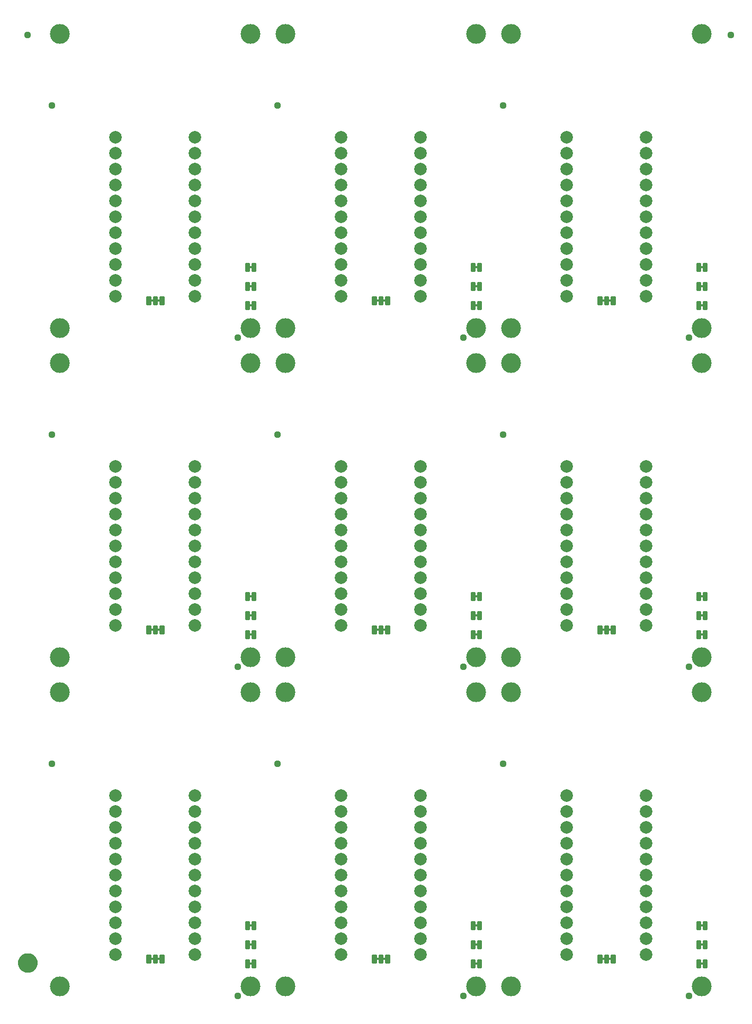
<source format=gbs>
G04 EAGLE Gerber RS-274X export*
G75*
%MOMM*%
%FSLAX34Y34*%
%LPD*%
%INSoldermask Bottom*%
%IPPOS*%
%AMOC8*
5,1,8,0,0,1.08239X$1,22.5*%
G01*
%ADD10C,0.228344*%
%ADD11C,1.127000*%
%ADD12C,2.006600*%
%ADD13C,3.175000*%
%ADD14C,1.270000*%
%ADD15C,1.627000*%

G36*
X332170Y1172857D02*
X332170Y1172857D01*
X332236Y1172859D01*
X332279Y1172877D01*
X332326Y1172885D01*
X332383Y1172919D01*
X332443Y1172944D01*
X332478Y1172975D01*
X332519Y1173000D01*
X332561Y1173051D01*
X332609Y1173095D01*
X332631Y1173137D01*
X332660Y1173174D01*
X332681Y1173236D01*
X332712Y1173295D01*
X332720Y1173349D01*
X332732Y1173386D01*
X332731Y1173426D01*
X332739Y1173480D01*
X332739Y1176020D01*
X332728Y1176085D01*
X332726Y1176151D01*
X332708Y1176194D01*
X332700Y1176241D01*
X332666Y1176298D01*
X332641Y1176358D01*
X332610Y1176393D01*
X332585Y1176434D01*
X332534Y1176476D01*
X332490Y1176524D01*
X332448Y1176546D01*
X332411Y1176575D01*
X332349Y1176596D01*
X332290Y1176627D01*
X332236Y1176635D01*
X332199Y1176647D01*
X332159Y1176646D01*
X332105Y1176654D01*
X328295Y1176654D01*
X328230Y1176643D01*
X328164Y1176641D01*
X328121Y1176623D01*
X328074Y1176615D01*
X328017Y1176581D01*
X327957Y1176556D01*
X327922Y1176525D01*
X327881Y1176500D01*
X327840Y1176449D01*
X327791Y1176405D01*
X327769Y1176363D01*
X327740Y1176326D01*
X327719Y1176264D01*
X327688Y1176205D01*
X327680Y1176151D01*
X327668Y1176114D01*
X327668Y1176111D01*
X327669Y1176074D01*
X327661Y1176020D01*
X327661Y1173480D01*
X327672Y1173415D01*
X327674Y1173349D01*
X327692Y1173306D01*
X327700Y1173259D01*
X327734Y1173202D01*
X327759Y1173142D01*
X327790Y1173107D01*
X327815Y1173066D01*
X327866Y1173025D01*
X327910Y1172976D01*
X327952Y1172954D01*
X327989Y1172925D01*
X328051Y1172904D01*
X328110Y1172873D01*
X328164Y1172865D01*
X328201Y1172853D01*
X328241Y1172854D01*
X328295Y1172846D01*
X332105Y1172846D01*
X332170Y1172857D01*
G37*
G36*
X692850Y1172857D02*
X692850Y1172857D01*
X692916Y1172859D01*
X692959Y1172877D01*
X693006Y1172885D01*
X693063Y1172919D01*
X693123Y1172944D01*
X693158Y1172975D01*
X693199Y1173000D01*
X693241Y1173051D01*
X693289Y1173095D01*
X693311Y1173137D01*
X693340Y1173174D01*
X693361Y1173236D01*
X693392Y1173295D01*
X693400Y1173349D01*
X693412Y1173386D01*
X693411Y1173426D01*
X693419Y1173480D01*
X693419Y1176020D01*
X693408Y1176085D01*
X693406Y1176151D01*
X693388Y1176194D01*
X693380Y1176241D01*
X693346Y1176298D01*
X693321Y1176358D01*
X693290Y1176393D01*
X693265Y1176434D01*
X693214Y1176476D01*
X693170Y1176524D01*
X693128Y1176546D01*
X693091Y1176575D01*
X693029Y1176596D01*
X692970Y1176627D01*
X692916Y1176635D01*
X692879Y1176647D01*
X692839Y1176646D01*
X692785Y1176654D01*
X688975Y1176654D01*
X688910Y1176643D01*
X688844Y1176641D01*
X688801Y1176623D01*
X688754Y1176615D01*
X688697Y1176581D01*
X688637Y1176556D01*
X688602Y1176525D01*
X688561Y1176500D01*
X688520Y1176449D01*
X688471Y1176405D01*
X688449Y1176363D01*
X688420Y1176326D01*
X688399Y1176264D01*
X688368Y1176205D01*
X688360Y1176151D01*
X688348Y1176114D01*
X688348Y1176111D01*
X688349Y1176074D01*
X688341Y1176020D01*
X688341Y1173480D01*
X688352Y1173415D01*
X688354Y1173349D01*
X688372Y1173306D01*
X688380Y1173259D01*
X688414Y1173202D01*
X688439Y1173142D01*
X688470Y1173107D01*
X688495Y1173066D01*
X688546Y1173025D01*
X688590Y1172976D01*
X688632Y1172954D01*
X688669Y1172925D01*
X688731Y1172904D01*
X688790Y1172873D01*
X688844Y1172865D01*
X688881Y1172853D01*
X688921Y1172854D01*
X688975Y1172846D01*
X692785Y1172846D01*
X692850Y1172857D01*
G37*
G36*
X1053530Y1172857D02*
X1053530Y1172857D01*
X1053596Y1172859D01*
X1053639Y1172877D01*
X1053686Y1172885D01*
X1053743Y1172919D01*
X1053803Y1172944D01*
X1053838Y1172975D01*
X1053879Y1173000D01*
X1053921Y1173051D01*
X1053969Y1173095D01*
X1053991Y1173137D01*
X1054020Y1173174D01*
X1054041Y1173236D01*
X1054072Y1173295D01*
X1054080Y1173349D01*
X1054092Y1173386D01*
X1054091Y1173426D01*
X1054099Y1173480D01*
X1054099Y1176020D01*
X1054088Y1176085D01*
X1054086Y1176151D01*
X1054068Y1176194D01*
X1054060Y1176241D01*
X1054026Y1176298D01*
X1054001Y1176358D01*
X1053970Y1176393D01*
X1053945Y1176434D01*
X1053894Y1176476D01*
X1053850Y1176524D01*
X1053808Y1176546D01*
X1053771Y1176575D01*
X1053709Y1176596D01*
X1053650Y1176627D01*
X1053596Y1176635D01*
X1053559Y1176647D01*
X1053519Y1176646D01*
X1053465Y1176654D01*
X1049655Y1176654D01*
X1049590Y1176643D01*
X1049524Y1176641D01*
X1049481Y1176623D01*
X1049434Y1176615D01*
X1049377Y1176581D01*
X1049317Y1176556D01*
X1049282Y1176525D01*
X1049241Y1176500D01*
X1049200Y1176449D01*
X1049151Y1176405D01*
X1049129Y1176363D01*
X1049100Y1176326D01*
X1049079Y1176264D01*
X1049048Y1176205D01*
X1049040Y1176151D01*
X1049028Y1176114D01*
X1049028Y1176111D01*
X1049029Y1176074D01*
X1049021Y1176020D01*
X1049021Y1173480D01*
X1049032Y1173415D01*
X1049034Y1173349D01*
X1049052Y1173306D01*
X1049060Y1173259D01*
X1049094Y1173202D01*
X1049119Y1173142D01*
X1049150Y1173107D01*
X1049175Y1173066D01*
X1049226Y1173025D01*
X1049270Y1172976D01*
X1049312Y1172954D01*
X1049349Y1172925D01*
X1049411Y1172904D01*
X1049470Y1172873D01*
X1049524Y1172865D01*
X1049561Y1172853D01*
X1049601Y1172854D01*
X1049655Y1172846D01*
X1053465Y1172846D01*
X1053530Y1172857D01*
G37*
G36*
X1053530Y1142377D02*
X1053530Y1142377D01*
X1053596Y1142379D01*
X1053639Y1142397D01*
X1053686Y1142405D01*
X1053743Y1142439D01*
X1053803Y1142464D01*
X1053838Y1142495D01*
X1053879Y1142520D01*
X1053921Y1142571D01*
X1053969Y1142615D01*
X1053991Y1142657D01*
X1054020Y1142694D01*
X1054041Y1142756D01*
X1054072Y1142815D01*
X1054080Y1142869D01*
X1054092Y1142906D01*
X1054091Y1142946D01*
X1054099Y1143000D01*
X1054099Y1145540D01*
X1054088Y1145605D01*
X1054086Y1145671D01*
X1054068Y1145714D01*
X1054060Y1145761D01*
X1054026Y1145818D01*
X1054001Y1145878D01*
X1053970Y1145913D01*
X1053945Y1145954D01*
X1053894Y1145996D01*
X1053850Y1146044D01*
X1053808Y1146066D01*
X1053771Y1146095D01*
X1053709Y1146116D01*
X1053650Y1146147D01*
X1053596Y1146155D01*
X1053559Y1146167D01*
X1053519Y1146166D01*
X1053465Y1146174D01*
X1049655Y1146174D01*
X1049590Y1146163D01*
X1049524Y1146161D01*
X1049481Y1146143D01*
X1049434Y1146135D01*
X1049377Y1146101D01*
X1049317Y1146076D01*
X1049282Y1146045D01*
X1049241Y1146020D01*
X1049200Y1145969D01*
X1049151Y1145925D01*
X1049129Y1145883D01*
X1049100Y1145846D01*
X1049079Y1145784D01*
X1049048Y1145725D01*
X1049040Y1145671D01*
X1049028Y1145634D01*
X1049028Y1145631D01*
X1049029Y1145594D01*
X1049021Y1145540D01*
X1049021Y1143000D01*
X1049032Y1142935D01*
X1049034Y1142869D01*
X1049052Y1142826D01*
X1049060Y1142779D01*
X1049094Y1142722D01*
X1049119Y1142662D01*
X1049150Y1142627D01*
X1049175Y1142586D01*
X1049226Y1142545D01*
X1049270Y1142496D01*
X1049312Y1142474D01*
X1049349Y1142445D01*
X1049411Y1142424D01*
X1049470Y1142393D01*
X1049524Y1142385D01*
X1049561Y1142373D01*
X1049601Y1142374D01*
X1049655Y1142366D01*
X1053465Y1142366D01*
X1053530Y1142377D01*
G37*
G36*
X332170Y1142377D02*
X332170Y1142377D01*
X332236Y1142379D01*
X332279Y1142397D01*
X332326Y1142405D01*
X332383Y1142439D01*
X332443Y1142464D01*
X332478Y1142495D01*
X332519Y1142520D01*
X332561Y1142571D01*
X332609Y1142615D01*
X332631Y1142657D01*
X332660Y1142694D01*
X332681Y1142756D01*
X332712Y1142815D01*
X332720Y1142869D01*
X332732Y1142906D01*
X332731Y1142946D01*
X332739Y1143000D01*
X332739Y1145540D01*
X332728Y1145605D01*
X332726Y1145671D01*
X332708Y1145714D01*
X332700Y1145761D01*
X332666Y1145818D01*
X332641Y1145878D01*
X332610Y1145913D01*
X332585Y1145954D01*
X332534Y1145996D01*
X332490Y1146044D01*
X332448Y1146066D01*
X332411Y1146095D01*
X332349Y1146116D01*
X332290Y1146147D01*
X332236Y1146155D01*
X332199Y1146167D01*
X332159Y1146166D01*
X332105Y1146174D01*
X328295Y1146174D01*
X328230Y1146163D01*
X328164Y1146161D01*
X328121Y1146143D01*
X328074Y1146135D01*
X328017Y1146101D01*
X327957Y1146076D01*
X327922Y1146045D01*
X327881Y1146020D01*
X327840Y1145969D01*
X327791Y1145925D01*
X327769Y1145883D01*
X327740Y1145846D01*
X327719Y1145784D01*
X327688Y1145725D01*
X327680Y1145671D01*
X327668Y1145634D01*
X327668Y1145631D01*
X327669Y1145594D01*
X327661Y1145540D01*
X327661Y1143000D01*
X327672Y1142935D01*
X327674Y1142869D01*
X327692Y1142826D01*
X327700Y1142779D01*
X327734Y1142722D01*
X327759Y1142662D01*
X327790Y1142627D01*
X327815Y1142586D01*
X327866Y1142545D01*
X327910Y1142496D01*
X327952Y1142474D01*
X327989Y1142445D01*
X328051Y1142424D01*
X328110Y1142393D01*
X328164Y1142385D01*
X328201Y1142373D01*
X328241Y1142374D01*
X328295Y1142366D01*
X332105Y1142366D01*
X332170Y1142377D01*
G37*
G36*
X692850Y1142377D02*
X692850Y1142377D01*
X692916Y1142379D01*
X692959Y1142397D01*
X693006Y1142405D01*
X693063Y1142439D01*
X693123Y1142464D01*
X693158Y1142495D01*
X693199Y1142520D01*
X693241Y1142571D01*
X693289Y1142615D01*
X693311Y1142657D01*
X693340Y1142694D01*
X693361Y1142756D01*
X693392Y1142815D01*
X693400Y1142869D01*
X693412Y1142906D01*
X693411Y1142946D01*
X693419Y1143000D01*
X693419Y1145540D01*
X693408Y1145605D01*
X693406Y1145671D01*
X693388Y1145714D01*
X693380Y1145761D01*
X693346Y1145818D01*
X693321Y1145878D01*
X693290Y1145913D01*
X693265Y1145954D01*
X693214Y1145996D01*
X693170Y1146044D01*
X693128Y1146066D01*
X693091Y1146095D01*
X693029Y1146116D01*
X692970Y1146147D01*
X692916Y1146155D01*
X692879Y1146167D01*
X692839Y1146166D01*
X692785Y1146174D01*
X688975Y1146174D01*
X688910Y1146163D01*
X688844Y1146161D01*
X688801Y1146143D01*
X688754Y1146135D01*
X688697Y1146101D01*
X688637Y1146076D01*
X688602Y1146045D01*
X688561Y1146020D01*
X688520Y1145969D01*
X688471Y1145925D01*
X688449Y1145883D01*
X688420Y1145846D01*
X688399Y1145784D01*
X688368Y1145725D01*
X688360Y1145671D01*
X688348Y1145634D01*
X688348Y1145631D01*
X688349Y1145594D01*
X688341Y1145540D01*
X688341Y1143000D01*
X688352Y1142935D01*
X688354Y1142869D01*
X688372Y1142826D01*
X688380Y1142779D01*
X688414Y1142722D01*
X688439Y1142662D01*
X688470Y1142627D01*
X688495Y1142586D01*
X688546Y1142545D01*
X688590Y1142496D01*
X688632Y1142474D01*
X688669Y1142445D01*
X688731Y1142424D01*
X688790Y1142393D01*
X688844Y1142385D01*
X688881Y1142373D01*
X688921Y1142374D01*
X688975Y1142366D01*
X692785Y1142366D01*
X692850Y1142377D01*
G37*
G36*
X896050Y1119517D02*
X896050Y1119517D01*
X896116Y1119519D01*
X896159Y1119537D01*
X896206Y1119545D01*
X896263Y1119579D01*
X896323Y1119604D01*
X896358Y1119635D01*
X896399Y1119660D01*
X896441Y1119711D01*
X896489Y1119755D01*
X896511Y1119797D01*
X896540Y1119834D01*
X896561Y1119896D01*
X896592Y1119955D01*
X896600Y1120009D01*
X896612Y1120046D01*
X896611Y1120086D01*
X896619Y1120140D01*
X896619Y1122680D01*
X896608Y1122745D01*
X896606Y1122811D01*
X896588Y1122854D01*
X896580Y1122901D01*
X896546Y1122958D01*
X896521Y1123018D01*
X896490Y1123053D01*
X896465Y1123094D01*
X896414Y1123136D01*
X896370Y1123184D01*
X896328Y1123206D01*
X896291Y1123235D01*
X896229Y1123256D01*
X896170Y1123287D01*
X896116Y1123295D01*
X896079Y1123307D01*
X896039Y1123306D01*
X895985Y1123314D01*
X892175Y1123314D01*
X892110Y1123303D01*
X892044Y1123301D01*
X892001Y1123283D01*
X891954Y1123275D01*
X891897Y1123241D01*
X891837Y1123216D01*
X891802Y1123185D01*
X891761Y1123160D01*
X891720Y1123109D01*
X891671Y1123065D01*
X891649Y1123023D01*
X891620Y1122986D01*
X891599Y1122924D01*
X891568Y1122865D01*
X891560Y1122811D01*
X891548Y1122774D01*
X891548Y1122771D01*
X891549Y1122734D01*
X891541Y1122680D01*
X891541Y1120140D01*
X891552Y1120075D01*
X891554Y1120009D01*
X891572Y1119966D01*
X891580Y1119919D01*
X891614Y1119862D01*
X891639Y1119802D01*
X891670Y1119767D01*
X891695Y1119726D01*
X891746Y1119685D01*
X891790Y1119636D01*
X891832Y1119614D01*
X891869Y1119585D01*
X891931Y1119564D01*
X891990Y1119533D01*
X892044Y1119525D01*
X892081Y1119513D01*
X892121Y1119514D01*
X892175Y1119506D01*
X895985Y1119506D01*
X896050Y1119517D01*
G37*
G36*
X906210Y1119517D02*
X906210Y1119517D01*
X906276Y1119519D01*
X906319Y1119537D01*
X906366Y1119545D01*
X906423Y1119579D01*
X906483Y1119604D01*
X906518Y1119635D01*
X906559Y1119660D01*
X906601Y1119711D01*
X906649Y1119755D01*
X906671Y1119797D01*
X906700Y1119834D01*
X906721Y1119896D01*
X906752Y1119955D01*
X906760Y1120009D01*
X906772Y1120046D01*
X906771Y1120086D01*
X906779Y1120140D01*
X906779Y1122680D01*
X906768Y1122745D01*
X906766Y1122811D01*
X906748Y1122854D01*
X906740Y1122901D01*
X906706Y1122958D01*
X906681Y1123018D01*
X906650Y1123053D01*
X906625Y1123094D01*
X906574Y1123136D01*
X906530Y1123184D01*
X906488Y1123206D01*
X906451Y1123235D01*
X906389Y1123256D01*
X906330Y1123287D01*
X906276Y1123295D01*
X906239Y1123307D01*
X906199Y1123306D01*
X906145Y1123314D01*
X902335Y1123314D01*
X902270Y1123303D01*
X902204Y1123301D01*
X902161Y1123283D01*
X902114Y1123275D01*
X902057Y1123241D01*
X901997Y1123216D01*
X901962Y1123185D01*
X901921Y1123160D01*
X901880Y1123109D01*
X901831Y1123065D01*
X901809Y1123023D01*
X901780Y1122986D01*
X901759Y1122924D01*
X901728Y1122865D01*
X901720Y1122811D01*
X901708Y1122774D01*
X901708Y1122771D01*
X901709Y1122734D01*
X901701Y1122680D01*
X901701Y1120140D01*
X901712Y1120075D01*
X901714Y1120009D01*
X901732Y1119966D01*
X901740Y1119919D01*
X901774Y1119862D01*
X901799Y1119802D01*
X901830Y1119767D01*
X901855Y1119726D01*
X901906Y1119685D01*
X901950Y1119636D01*
X901992Y1119614D01*
X902029Y1119585D01*
X902091Y1119564D01*
X902150Y1119533D01*
X902204Y1119525D01*
X902241Y1119513D01*
X902281Y1119514D01*
X902335Y1119506D01*
X906145Y1119506D01*
X906210Y1119517D01*
G37*
G36*
X545530Y1119517D02*
X545530Y1119517D01*
X545596Y1119519D01*
X545639Y1119537D01*
X545686Y1119545D01*
X545743Y1119579D01*
X545803Y1119604D01*
X545838Y1119635D01*
X545879Y1119660D01*
X545921Y1119711D01*
X545969Y1119755D01*
X545991Y1119797D01*
X546020Y1119834D01*
X546041Y1119896D01*
X546072Y1119955D01*
X546080Y1120009D01*
X546092Y1120046D01*
X546091Y1120086D01*
X546099Y1120140D01*
X546099Y1122680D01*
X546088Y1122745D01*
X546086Y1122811D01*
X546068Y1122854D01*
X546060Y1122901D01*
X546026Y1122958D01*
X546001Y1123018D01*
X545970Y1123053D01*
X545945Y1123094D01*
X545894Y1123136D01*
X545850Y1123184D01*
X545808Y1123206D01*
X545771Y1123235D01*
X545709Y1123256D01*
X545650Y1123287D01*
X545596Y1123295D01*
X545559Y1123307D01*
X545519Y1123306D01*
X545465Y1123314D01*
X541655Y1123314D01*
X541590Y1123303D01*
X541524Y1123301D01*
X541481Y1123283D01*
X541434Y1123275D01*
X541377Y1123241D01*
X541317Y1123216D01*
X541282Y1123185D01*
X541241Y1123160D01*
X541200Y1123109D01*
X541151Y1123065D01*
X541129Y1123023D01*
X541100Y1122986D01*
X541079Y1122924D01*
X541048Y1122865D01*
X541040Y1122811D01*
X541028Y1122774D01*
X541028Y1122771D01*
X541029Y1122734D01*
X541021Y1122680D01*
X541021Y1120140D01*
X541032Y1120075D01*
X541034Y1120009D01*
X541052Y1119966D01*
X541060Y1119919D01*
X541094Y1119862D01*
X541119Y1119802D01*
X541150Y1119767D01*
X541175Y1119726D01*
X541226Y1119685D01*
X541270Y1119636D01*
X541312Y1119614D01*
X541349Y1119585D01*
X541411Y1119564D01*
X541470Y1119533D01*
X541524Y1119525D01*
X541561Y1119513D01*
X541601Y1119514D01*
X541655Y1119506D01*
X545465Y1119506D01*
X545530Y1119517D01*
G37*
G36*
X184850Y1119517D02*
X184850Y1119517D01*
X184916Y1119519D01*
X184959Y1119537D01*
X185006Y1119545D01*
X185063Y1119579D01*
X185123Y1119604D01*
X185158Y1119635D01*
X185199Y1119660D01*
X185241Y1119711D01*
X185289Y1119755D01*
X185311Y1119797D01*
X185340Y1119834D01*
X185361Y1119896D01*
X185392Y1119955D01*
X185400Y1120009D01*
X185412Y1120046D01*
X185411Y1120086D01*
X185419Y1120140D01*
X185419Y1122680D01*
X185408Y1122745D01*
X185406Y1122811D01*
X185388Y1122854D01*
X185380Y1122901D01*
X185346Y1122958D01*
X185321Y1123018D01*
X185290Y1123053D01*
X185265Y1123094D01*
X185214Y1123136D01*
X185170Y1123184D01*
X185128Y1123206D01*
X185091Y1123235D01*
X185029Y1123256D01*
X184970Y1123287D01*
X184916Y1123295D01*
X184879Y1123307D01*
X184839Y1123306D01*
X184785Y1123314D01*
X180975Y1123314D01*
X180910Y1123303D01*
X180844Y1123301D01*
X180801Y1123283D01*
X180754Y1123275D01*
X180697Y1123241D01*
X180637Y1123216D01*
X180602Y1123185D01*
X180561Y1123160D01*
X180520Y1123109D01*
X180471Y1123065D01*
X180449Y1123023D01*
X180420Y1122986D01*
X180399Y1122924D01*
X180368Y1122865D01*
X180360Y1122811D01*
X180348Y1122774D01*
X180348Y1122771D01*
X180349Y1122734D01*
X180341Y1122680D01*
X180341Y1120140D01*
X180352Y1120075D01*
X180354Y1120009D01*
X180372Y1119966D01*
X180380Y1119919D01*
X180414Y1119862D01*
X180439Y1119802D01*
X180470Y1119767D01*
X180495Y1119726D01*
X180546Y1119685D01*
X180590Y1119636D01*
X180632Y1119614D01*
X180669Y1119585D01*
X180731Y1119564D01*
X180790Y1119533D01*
X180844Y1119525D01*
X180881Y1119513D01*
X180921Y1119514D01*
X180975Y1119506D01*
X184785Y1119506D01*
X184850Y1119517D01*
G37*
G36*
X174690Y1119517D02*
X174690Y1119517D01*
X174756Y1119519D01*
X174799Y1119537D01*
X174846Y1119545D01*
X174903Y1119579D01*
X174963Y1119604D01*
X174998Y1119635D01*
X175039Y1119660D01*
X175081Y1119711D01*
X175129Y1119755D01*
X175151Y1119797D01*
X175180Y1119834D01*
X175201Y1119896D01*
X175232Y1119955D01*
X175240Y1120009D01*
X175252Y1120046D01*
X175251Y1120086D01*
X175259Y1120140D01*
X175259Y1122680D01*
X175248Y1122745D01*
X175246Y1122811D01*
X175228Y1122854D01*
X175220Y1122901D01*
X175186Y1122958D01*
X175161Y1123018D01*
X175130Y1123053D01*
X175105Y1123094D01*
X175054Y1123136D01*
X175010Y1123184D01*
X174968Y1123206D01*
X174931Y1123235D01*
X174869Y1123256D01*
X174810Y1123287D01*
X174756Y1123295D01*
X174719Y1123307D01*
X174679Y1123306D01*
X174625Y1123314D01*
X170815Y1123314D01*
X170750Y1123303D01*
X170684Y1123301D01*
X170641Y1123283D01*
X170594Y1123275D01*
X170537Y1123241D01*
X170477Y1123216D01*
X170442Y1123185D01*
X170401Y1123160D01*
X170360Y1123109D01*
X170311Y1123065D01*
X170289Y1123023D01*
X170260Y1122986D01*
X170239Y1122924D01*
X170208Y1122865D01*
X170200Y1122811D01*
X170188Y1122774D01*
X170188Y1122771D01*
X170189Y1122734D01*
X170181Y1122680D01*
X170181Y1120140D01*
X170192Y1120075D01*
X170194Y1120009D01*
X170212Y1119966D01*
X170220Y1119919D01*
X170254Y1119862D01*
X170279Y1119802D01*
X170310Y1119767D01*
X170335Y1119726D01*
X170386Y1119685D01*
X170430Y1119636D01*
X170472Y1119614D01*
X170509Y1119585D01*
X170571Y1119564D01*
X170630Y1119533D01*
X170684Y1119525D01*
X170721Y1119513D01*
X170761Y1119514D01*
X170815Y1119506D01*
X174625Y1119506D01*
X174690Y1119517D01*
G37*
G36*
X535370Y1119517D02*
X535370Y1119517D01*
X535436Y1119519D01*
X535479Y1119537D01*
X535526Y1119545D01*
X535583Y1119579D01*
X535643Y1119604D01*
X535678Y1119635D01*
X535719Y1119660D01*
X535761Y1119711D01*
X535809Y1119755D01*
X535831Y1119797D01*
X535860Y1119834D01*
X535881Y1119896D01*
X535912Y1119955D01*
X535920Y1120009D01*
X535932Y1120046D01*
X535931Y1120086D01*
X535939Y1120140D01*
X535939Y1122680D01*
X535928Y1122745D01*
X535926Y1122811D01*
X535908Y1122854D01*
X535900Y1122901D01*
X535866Y1122958D01*
X535841Y1123018D01*
X535810Y1123053D01*
X535785Y1123094D01*
X535734Y1123136D01*
X535690Y1123184D01*
X535648Y1123206D01*
X535611Y1123235D01*
X535549Y1123256D01*
X535490Y1123287D01*
X535436Y1123295D01*
X535399Y1123307D01*
X535359Y1123306D01*
X535305Y1123314D01*
X531495Y1123314D01*
X531430Y1123303D01*
X531364Y1123301D01*
X531321Y1123283D01*
X531274Y1123275D01*
X531217Y1123241D01*
X531157Y1123216D01*
X531122Y1123185D01*
X531081Y1123160D01*
X531040Y1123109D01*
X530991Y1123065D01*
X530969Y1123023D01*
X530940Y1122986D01*
X530919Y1122924D01*
X530888Y1122865D01*
X530880Y1122811D01*
X530868Y1122774D01*
X530868Y1122771D01*
X530869Y1122734D01*
X530861Y1122680D01*
X530861Y1120140D01*
X530872Y1120075D01*
X530874Y1120009D01*
X530892Y1119966D01*
X530900Y1119919D01*
X530934Y1119862D01*
X530959Y1119802D01*
X530990Y1119767D01*
X531015Y1119726D01*
X531066Y1119685D01*
X531110Y1119636D01*
X531152Y1119614D01*
X531189Y1119585D01*
X531251Y1119564D01*
X531310Y1119533D01*
X531364Y1119525D01*
X531401Y1119513D01*
X531441Y1119514D01*
X531495Y1119506D01*
X535305Y1119506D01*
X535370Y1119517D01*
G37*
G36*
X1053530Y1111897D02*
X1053530Y1111897D01*
X1053596Y1111899D01*
X1053639Y1111917D01*
X1053686Y1111925D01*
X1053743Y1111959D01*
X1053803Y1111984D01*
X1053838Y1112015D01*
X1053879Y1112040D01*
X1053921Y1112091D01*
X1053969Y1112135D01*
X1053991Y1112177D01*
X1054020Y1112214D01*
X1054041Y1112276D01*
X1054072Y1112335D01*
X1054080Y1112389D01*
X1054092Y1112426D01*
X1054091Y1112466D01*
X1054099Y1112520D01*
X1054099Y1115060D01*
X1054088Y1115125D01*
X1054086Y1115191D01*
X1054068Y1115234D01*
X1054060Y1115281D01*
X1054026Y1115338D01*
X1054001Y1115398D01*
X1053970Y1115433D01*
X1053945Y1115474D01*
X1053894Y1115516D01*
X1053850Y1115564D01*
X1053808Y1115586D01*
X1053771Y1115615D01*
X1053709Y1115636D01*
X1053650Y1115667D01*
X1053596Y1115675D01*
X1053559Y1115687D01*
X1053519Y1115686D01*
X1053465Y1115694D01*
X1049655Y1115694D01*
X1049590Y1115683D01*
X1049524Y1115681D01*
X1049481Y1115663D01*
X1049434Y1115655D01*
X1049377Y1115621D01*
X1049317Y1115596D01*
X1049282Y1115565D01*
X1049241Y1115540D01*
X1049200Y1115489D01*
X1049151Y1115445D01*
X1049129Y1115403D01*
X1049100Y1115366D01*
X1049079Y1115304D01*
X1049048Y1115245D01*
X1049040Y1115191D01*
X1049028Y1115154D01*
X1049028Y1115151D01*
X1049029Y1115114D01*
X1049021Y1115060D01*
X1049021Y1112520D01*
X1049032Y1112455D01*
X1049034Y1112389D01*
X1049052Y1112346D01*
X1049060Y1112299D01*
X1049094Y1112242D01*
X1049119Y1112182D01*
X1049150Y1112147D01*
X1049175Y1112106D01*
X1049226Y1112065D01*
X1049270Y1112016D01*
X1049312Y1111994D01*
X1049349Y1111965D01*
X1049411Y1111944D01*
X1049470Y1111913D01*
X1049524Y1111905D01*
X1049561Y1111893D01*
X1049601Y1111894D01*
X1049655Y1111886D01*
X1053465Y1111886D01*
X1053530Y1111897D01*
G37*
G36*
X332170Y1111897D02*
X332170Y1111897D01*
X332236Y1111899D01*
X332279Y1111917D01*
X332326Y1111925D01*
X332383Y1111959D01*
X332443Y1111984D01*
X332478Y1112015D01*
X332519Y1112040D01*
X332561Y1112091D01*
X332609Y1112135D01*
X332631Y1112177D01*
X332660Y1112214D01*
X332681Y1112276D01*
X332712Y1112335D01*
X332720Y1112389D01*
X332732Y1112426D01*
X332731Y1112466D01*
X332739Y1112520D01*
X332739Y1115060D01*
X332728Y1115125D01*
X332726Y1115191D01*
X332708Y1115234D01*
X332700Y1115281D01*
X332666Y1115338D01*
X332641Y1115398D01*
X332610Y1115433D01*
X332585Y1115474D01*
X332534Y1115516D01*
X332490Y1115564D01*
X332448Y1115586D01*
X332411Y1115615D01*
X332349Y1115636D01*
X332290Y1115667D01*
X332236Y1115675D01*
X332199Y1115687D01*
X332159Y1115686D01*
X332105Y1115694D01*
X328295Y1115694D01*
X328230Y1115683D01*
X328164Y1115681D01*
X328121Y1115663D01*
X328074Y1115655D01*
X328017Y1115621D01*
X327957Y1115596D01*
X327922Y1115565D01*
X327881Y1115540D01*
X327840Y1115489D01*
X327791Y1115445D01*
X327769Y1115403D01*
X327740Y1115366D01*
X327719Y1115304D01*
X327688Y1115245D01*
X327680Y1115191D01*
X327668Y1115154D01*
X327668Y1115151D01*
X327669Y1115114D01*
X327661Y1115060D01*
X327661Y1112520D01*
X327672Y1112455D01*
X327674Y1112389D01*
X327692Y1112346D01*
X327700Y1112299D01*
X327734Y1112242D01*
X327759Y1112182D01*
X327790Y1112147D01*
X327815Y1112106D01*
X327866Y1112065D01*
X327910Y1112016D01*
X327952Y1111994D01*
X327989Y1111965D01*
X328051Y1111944D01*
X328110Y1111913D01*
X328164Y1111905D01*
X328201Y1111893D01*
X328241Y1111894D01*
X328295Y1111886D01*
X332105Y1111886D01*
X332170Y1111897D01*
G37*
G36*
X692850Y1111897D02*
X692850Y1111897D01*
X692916Y1111899D01*
X692959Y1111917D01*
X693006Y1111925D01*
X693063Y1111959D01*
X693123Y1111984D01*
X693158Y1112015D01*
X693199Y1112040D01*
X693241Y1112091D01*
X693289Y1112135D01*
X693311Y1112177D01*
X693340Y1112214D01*
X693361Y1112276D01*
X693392Y1112335D01*
X693400Y1112389D01*
X693412Y1112426D01*
X693411Y1112466D01*
X693419Y1112520D01*
X693419Y1115060D01*
X693408Y1115125D01*
X693406Y1115191D01*
X693388Y1115234D01*
X693380Y1115281D01*
X693346Y1115338D01*
X693321Y1115398D01*
X693290Y1115433D01*
X693265Y1115474D01*
X693214Y1115516D01*
X693170Y1115564D01*
X693128Y1115586D01*
X693091Y1115615D01*
X693029Y1115636D01*
X692970Y1115667D01*
X692916Y1115675D01*
X692879Y1115687D01*
X692839Y1115686D01*
X692785Y1115694D01*
X688975Y1115694D01*
X688910Y1115683D01*
X688844Y1115681D01*
X688801Y1115663D01*
X688754Y1115655D01*
X688697Y1115621D01*
X688637Y1115596D01*
X688602Y1115565D01*
X688561Y1115540D01*
X688520Y1115489D01*
X688471Y1115445D01*
X688449Y1115403D01*
X688420Y1115366D01*
X688399Y1115304D01*
X688368Y1115245D01*
X688360Y1115191D01*
X688348Y1115154D01*
X688348Y1115151D01*
X688349Y1115114D01*
X688341Y1115060D01*
X688341Y1112520D01*
X688352Y1112455D01*
X688354Y1112389D01*
X688372Y1112346D01*
X688380Y1112299D01*
X688414Y1112242D01*
X688439Y1112182D01*
X688470Y1112147D01*
X688495Y1112106D01*
X688546Y1112065D01*
X688590Y1112016D01*
X688632Y1111994D01*
X688669Y1111965D01*
X688731Y1111944D01*
X688790Y1111913D01*
X688844Y1111905D01*
X688881Y1111893D01*
X688921Y1111894D01*
X688975Y1111886D01*
X692785Y1111886D01*
X692850Y1111897D01*
G37*
G36*
X332170Y647077D02*
X332170Y647077D01*
X332236Y647079D01*
X332279Y647097D01*
X332326Y647105D01*
X332383Y647139D01*
X332443Y647164D01*
X332478Y647195D01*
X332519Y647220D01*
X332561Y647271D01*
X332609Y647315D01*
X332631Y647357D01*
X332660Y647394D01*
X332681Y647456D01*
X332712Y647515D01*
X332720Y647569D01*
X332732Y647606D01*
X332731Y647646D01*
X332739Y647700D01*
X332739Y650240D01*
X332728Y650305D01*
X332726Y650371D01*
X332708Y650414D01*
X332700Y650461D01*
X332666Y650518D01*
X332641Y650578D01*
X332610Y650613D01*
X332585Y650654D01*
X332534Y650696D01*
X332490Y650744D01*
X332448Y650766D01*
X332411Y650795D01*
X332349Y650816D01*
X332290Y650847D01*
X332236Y650855D01*
X332199Y650867D01*
X332159Y650866D01*
X332105Y650874D01*
X328295Y650874D01*
X328230Y650863D01*
X328164Y650861D01*
X328121Y650843D01*
X328074Y650835D01*
X328017Y650801D01*
X327957Y650776D01*
X327922Y650745D01*
X327881Y650720D01*
X327840Y650669D01*
X327791Y650625D01*
X327769Y650583D01*
X327740Y650546D01*
X327719Y650484D01*
X327688Y650425D01*
X327680Y650371D01*
X327668Y650334D01*
X327668Y650331D01*
X327669Y650294D01*
X327661Y650240D01*
X327661Y647700D01*
X327672Y647635D01*
X327674Y647569D01*
X327692Y647526D01*
X327700Y647479D01*
X327734Y647422D01*
X327759Y647362D01*
X327790Y647327D01*
X327815Y647286D01*
X327866Y647245D01*
X327910Y647196D01*
X327952Y647174D01*
X327989Y647145D01*
X328051Y647124D01*
X328110Y647093D01*
X328164Y647085D01*
X328201Y647073D01*
X328241Y647074D01*
X328295Y647066D01*
X332105Y647066D01*
X332170Y647077D01*
G37*
G36*
X1053530Y647077D02*
X1053530Y647077D01*
X1053596Y647079D01*
X1053639Y647097D01*
X1053686Y647105D01*
X1053743Y647139D01*
X1053803Y647164D01*
X1053838Y647195D01*
X1053879Y647220D01*
X1053921Y647271D01*
X1053969Y647315D01*
X1053991Y647357D01*
X1054020Y647394D01*
X1054041Y647456D01*
X1054072Y647515D01*
X1054080Y647569D01*
X1054092Y647606D01*
X1054091Y647646D01*
X1054099Y647700D01*
X1054099Y650240D01*
X1054088Y650305D01*
X1054086Y650371D01*
X1054068Y650414D01*
X1054060Y650461D01*
X1054026Y650518D01*
X1054001Y650578D01*
X1053970Y650613D01*
X1053945Y650654D01*
X1053894Y650696D01*
X1053850Y650744D01*
X1053808Y650766D01*
X1053771Y650795D01*
X1053709Y650816D01*
X1053650Y650847D01*
X1053596Y650855D01*
X1053559Y650867D01*
X1053519Y650866D01*
X1053465Y650874D01*
X1049655Y650874D01*
X1049590Y650863D01*
X1049524Y650861D01*
X1049481Y650843D01*
X1049434Y650835D01*
X1049377Y650801D01*
X1049317Y650776D01*
X1049282Y650745D01*
X1049241Y650720D01*
X1049200Y650669D01*
X1049151Y650625D01*
X1049129Y650583D01*
X1049100Y650546D01*
X1049079Y650484D01*
X1049048Y650425D01*
X1049040Y650371D01*
X1049028Y650334D01*
X1049028Y650331D01*
X1049029Y650294D01*
X1049021Y650240D01*
X1049021Y647700D01*
X1049032Y647635D01*
X1049034Y647569D01*
X1049052Y647526D01*
X1049060Y647479D01*
X1049094Y647422D01*
X1049119Y647362D01*
X1049150Y647327D01*
X1049175Y647286D01*
X1049226Y647245D01*
X1049270Y647196D01*
X1049312Y647174D01*
X1049349Y647145D01*
X1049411Y647124D01*
X1049470Y647093D01*
X1049524Y647085D01*
X1049561Y647073D01*
X1049601Y647074D01*
X1049655Y647066D01*
X1053465Y647066D01*
X1053530Y647077D01*
G37*
G36*
X692850Y647077D02*
X692850Y647077D01*
X692916Y647079D01*
X692959Y647097D01*
X693006Y647105D01*
X693063Y647139D01*
X693123Y647164D01*
X693158Y647195D01*
X693199Y647220D01*
X693241Y647271D01*
X693289Y647315D01*
X693311Y647357D01*
X693340Y647394D01*
X693361Y647456D01*
X693392Y647515D01*
X693400Y647569D01*
X693412Y647606D01*
X693411Y647646D01*
X693419Y647700D01*
X693419Y650240D01*
X693408Y650305D01*
X693406Y650371D01*
X693388Y650414D01*
X693380Y650461D01*
X693346Y650518D01*
X693321Y650578D01*
X693290Y650613D01*
X693265Y650654D01*
X693214Y650696D01*
X693170Y650744D01*
X693128Y650766D01*
X693091Y650795D01*
X693029Y650816D01*
X692970Y650847D01*
X692916Y650855D01*
X692879Y650867D01*
X692839Y650866D01*
X692785Y650874D01*
X688975Y650874D01*
X688910Y650863D01*
X688844Y650861D01*
X688801Y650843D01*
X688754Y650835D01*
X688697Y650801D01*
X688637Y650776D01*
X688602Y650745D01*
X688561Y650720D01*
X688520Y650669D01*
X688471Y650625D01*
X688449Y650583D01*
X688420Y650546D01*
X688399Y650484D01*
X688368Y650425D01*
X688360Y650371D01*
X688348Y650334D01*
X688348Y650331D01*
X688349Y650294D01*
X688341Y650240D01*
X688341Y647700D01*
X688352Y647635D01*
X688354Y647569D01*
X688372Y647526D01*
X688380Y647479D01*
X688414Y647422D01*
X688439Y647362D01*
X688470Y647327D01*
X688495Y647286D01*
X688546Y647245D01*
X688590Y647196D01*
X688632Y647174D01*
X688669Y647145D01*
X688731Y647124D01*
X688790Y647093D01*
X688844Y647085D01*
X688881Y647073D01*
X688921Y647074D01*
X688975Y647066D01*
X692785Y647066D01*
X692850Y647077D01*
G37*
G36*
X332170Y616597D02*
X332170Y616597D01*
X332236Y616599D01*
X332279Y616617D01*
X332326Y616625D01*
X332383Y616659D01*
X332443Y616684D01*
X332478Y616715D01*
X332519Y616740D01*
X332561Y616791D01*
X332609Y616835D01*
X332631Y616877D01*
X332660Y616914D01*
X332681Y616976D01*
X332712Y617035D01*
X332720Y617089D01*
X332732Y617126D01*
X332731Y617166D01*
X332739Y617220D01*
X332739Y619760D01*
X332728Y619825D01*
X332726Y619891D01*
X332708Y619934D01*
X332700Y619981D01*
X332666Y620038D01*
X332641Y620098D01*
X332610Y620133D01*
X332585Y620174D01*
X332534Y620216D01*
X332490Y620264D01*
X332448Y620286D01*
X332411Y620315D01*
X332349Y620336D01*
X332290Y620367D01*
X332236Y620375D01*
X332199Y620387D01*
X332159Y620386D01*
X332105Y620394D01*
X328295Y620394D01*
X328230Y620383D01*
X328164Y620381D01*
X328121Y620363D01*
X328074Y620355D01*
X328017Y620321D01*
X327957Y620296D01*
X327922Y620265D01*
X327881Y620240D01*
X327840Y620189D01*
X327791Y620145D01*
X327769Y620103D01*
X327740Y620066D01*
X327719Y620004D01*
X327688Y619945D01*
X327680Y619891D01*
X327668Y619854D01*
X327668Y619851D01*
X327669Y619814D01*
X327661Y619760D01*
X327661Y617220D01*
X327672Y617155D01*
X327674Y617089D01*
X327692Y617046D01*
X327700Y616999D01*
X327734Y616942D01*
X327759Y616882D01*
X327790Y616847D01*
X327815Y616806D01*
X327866Y616765D01*
X327910Y616716D01*
X327952Y616694D01*
X327989Y616665D01*
X328051Y616644D01*
X328110Y616613D01*
X328164Y616605D01*
X328201Y616593D01*
X328241Y616594D01*
X328295Y616586D01*
X332105Y616586D01*
X332170Y616597D01*
G37*
G36*
X1053530Y616597D02*
X1053530Y616597D01*
X1053596Y616599D01*
X1053639Y616617D01*
X1053686Y616625D01*
X1053743Y616659D01*
X1053803Y616684D01*
X1053838Y616715D01*
X1053879Y616740D01*
X1053921Y616791D01*
X1053969Y616835D01*
X1053991Y616877D01*
X1054020Y616914D01*
X1054041Y616976D01*
X1054072Y617035D01*
X1054080Y617089D01*
X1054092Y617126D01*
X1054091Y617166D01*
X1054099Y617220D01*
X1054099Y619760D01*
X1054088Y619825D01*
X1054086Y619891D01*
X1054068Y619934D01*
X1054060Y619981D01*
X1054026Y620038D01*
X1054001Y620098D01*
X1053970Y620133D01*
X1053945Y620174D01*
X1053894Y620216D01*
X1053850Y620264D01*
X1053808Y620286D01*
X1053771Y620315D01*
X1053709Y620336D01*
X1053650Y620367D01*
X1053596Y620375D01*
X1053559Y620387D01*
X1053519Y620386D01*
X1053465Y620394D01*
X1049655Y620394D01*
X1049590Y620383D01*
X1049524Y620381D01*
X1049481Y620363D01*
X1049434Y620355D01*
X1049377Y620321D01*
X1049317Y620296D01*
X1049282Y620265D01*
X1049241Y620240D01*
X1049200Y620189D01*
X1049151Y620145D01*
X1049129Y620103D01*
X1049100Y620066D01*
X1049079Y620004D01*
X1049048Y619945D01*
X1049040Y619891D01*
X1049028Y619854D01*
X1049028Y619851D01*
X1049029Y619814D01*
X1049021Y619760D01*
X1049021Y617220D01*
X1049032Y617155D01*
X1049034Y617089D01*
X1049052Y617046D01*
X1049060Y616999D01*
X1049094Y616942D01*
X1049119Y616882D01*
X1049150Y616847D01*
X1049175Y616806D01*
X1049226Y616765D01*
X1049270Y616716D01*
X1049312Y616694D01*
X1049349Y616665D01*
X1049411Y616644D01*
X1049470Y616613D01*
X1049524Y616605D01*
X1049561Y616593D01*
X1049601Y616594D01*
X1049655Y616586D01*
X1053465Y616586D01*
X1053530Y616597D01*
G37*
G36*
X692850Y616597D02*
X692850Y616597D01*
X692916Y616599D01*
X692959Y616617D01*
X693006Y616625D01*
X693063Y616659D01*
X693123Y616684D01*
X693158Y616715D01*
X693199Y616740D01*
X693241Y616791D01*
X693289Y616835D01*
X693311Y616877D01*
X693340Y616914D01*
X693361Y616976D01*
X693392Y617035D01*
X693400Y617089D01*
X693412Y617126D01*
X693411Y617166D01*
X693419Y617220D01*
X693419Y619760D01*
X693408Y619825D01*
X693406Y619891D01*
X693388Y619934D01*
X693380Y619981D01*
X693346Y620038D01*
X693321Y620098D01*
X693290Y620133D01*
X693265Y620174D01*
X693214Y620216D01*
X693170Y620264D01*
X693128Y620286D01*
X693091Y620315D01*
X693029Y620336D01*
X692970Y620367D01*
X692916Y620375D01*
X692879Y620387D01*
X692839Y620386D01*
X692785Y620394D01*
X688975Y620394D01*
X688910Y620383D01*
X688844Y620381D01*
X688801Y620363D01*
X688754Y620355D01*
X688697Y620321D01*
X688637Y620296D01*
X688602Y620265D01*
X688561Y620240D01*
X688520Y620189D01*
X688471Y620145D01*
X688449Y620103D01*
X688420Y620066D01*
X688399Y620004D01*
X688368Y619945D01*
X688360Y619891D01*
X688348Y619854D01*
X688348Y619851D01*
X688349Y619814D01*
X688341Y619760D01*
X688341Y617220D01*
X688352Y617155D01*
X688354Y617089D01*
X688372Y617046D01*
X688380Y616999D01*
X688414Y616942D01*
X688439Y616882D01*
X688470Y616847D01*
X688495Y616806D01*
X688546Y616765D01*
X688590Y616716D01*
X688632Y616694D01*
X688669Y616665D01*
X688731Y616644D01*
X688790Y616613D01*
X688844Y616605D01*
X688881Y616593D01*
X688921Y616594D01*
X688975Y616586D01*
X692785Y616586D01*
X692850Y616597D01*
G37*
G36*
X174690Y593737D02*
X174690Y593737D01*
X174756Y593739D01*
X174799Y593757D01*
X174846Y593765D01*
X174903Y593799D01*
X174963Y593824D01*
X174998Y593855D01*
X175039Y593880D01*
X175081Y593931D01*
X175129Y593975D01*
X175151Y594017D01*
X175180Y594054D01*
X175201Y594116D01*
X175232Y594175D01*
X175240Y594229D01*
X175252Y594266D01*
X175251Y594306D01*
X175259Y594360D01*
X175259Y596900D01*
X175248Y596965D01*
X175246Y597031D01*
X175228Y597074D01*
X175220Y597121D01*
X175186Y597178D01*
X175161Y597238D01*
X175130Y597273D01*
X175105Y597314D01*
X175054Y597356D01*
X175010Y597404D01*
X174968Y597426D01*
X174931Y597455D01*
X174869Y597476D01*
X174810Y597507D01*
X174756Y597515D01*
X174719Y597527D01*
X174679Y597526D01*
X174625Y597534D01*
X170815Y597534D01*
X170750Y597523D01*
X170684Y597521D01*
X170641Y597503D01*
X170594Y597495D01*
X170537Y597461D01*
X170477Y597436D01*
X170442Y597405D01*
X170401Y597380D01*
X170360Y597329D01*
X170311Y597285D01*
X170289Y597243D01*
X170260Y597206D01*
X170239Y597144D01*
X170208Y597085D01*
X170200Y597031D01*
X170188Y596994D01*
X170188Y596991D01*
X170189Y596954D01*
X170181Y596900D01*
X170181Y594360D01*
X170192Y594295D01*
X170194Y594229D01*
X170212Y594186D01*
X170220Y594139D01*
X170254Y594082D01*
X170279Y594022D01*
X170310Y593987D01*
X170335Y593946D01*
X170386Y593905D01*
X170430Y593856D01*
X170472Y593834D01*
X170509Y593805D01*
X170571Y593784D01*
X170630Y593753D01*
X170684Y593745D01*
X170721Y593733D01*
X170761Y593734D01*
X170815Y593726D01*
X174625Y593726D01*
X174690Y593737D01*
G37*
G36*
X906210Y593737D02*
X906210Y593737D01*
X906276Y593739D01*
X906319Y593757D01*
X906366Y593765D01*
X906423Y593799D01*
X906483Y593824D01*
X906518Y593855D01*
X906559Y593880D01*
X906601Y593931D01*
X906649Y593975D01*
X906671Y594017D01*
X906700Y594054D01*
X906721Y594116D01*
X906752Y594175D01*
X906760Y594229D01*
X906772Y594266D01*
X906771Y594306D01*
X906779Y594360D01*
X906779Y596900D01*
X906768Y596965D01*
X906766Y597031D01*
X906748Y597074D01*
X906740Y597121D01*
X906706Y597178D01*
X906681Y597238D01*
X906650Y597273D01*
X906625Y597314D01*
X906574Y597356D01*
X906530Y597404D01*
X906488Y597426D01*
X906451Y597455D01*
X906389Y597476D01*
X906330Y597507D01*
X906276Y597515D01*
X906239Y597527D01*
X906199Y597526D01*
X906145Y597534D01*
X902335Y597534D01*
X902270Y597523D01*
X902204Y597521D01*
X902161Y597503D01*
X902114Y597495D01*
X902057Y597461D01*
X901997Y597436D01*
X901962Y597405D01*
X901921Y597380D01*
X901880Y597329D01*
X901831Y597285D01*
X901809Y597243D01*
X901780Y597206D01*
X901759Y597144D01*
X901728Y597085D01*
X901720Y597031D01*
X901708Y596994D01*
X901708Y596991D01*
X901709Y596954D01*
X901701Y596900D01*
X901701Y594360D01*
X901712Y594295D01*
X901714Y594229D01*
X901732Y594186D01*
X901740Y594139D01*
X901774Y594082D01*
X901799Y594022D01*
X901830Y593987D01*
X901855Y593946D01*
X901906Y593905D01*
X901950Y593856D01*
X901992Y593834D01*
X902029Y593805D01*
X902091Y593784D01*
X902150Y593753D01*
X902204Y593745D01*
X902241Y593733D01*
X902281Y593734D01*
X902335Y593726D01*
X906145Y593726D01*
X906210Y593737D01*
G37*
G36*
X184850Y593737D02*
X184850Y593737D01*
X184916Y593739D01*
X184959Y593757D01*
X185006Y593765D01*
X185063Y593799D01*
X185123Y593824D01*
X185158Y593855D01*
X185199Y593880D01*
X185241Y593931D01*
X185289Y593975D01*
X185311Y594017D01*
X185340Y594054D01*
X185361Y594116D01*
X185392Y594175D01*
X185400Y594229D01*
X185412Y594266D01*
X185411Y594306D01*
X185419Y594360D01*
X185419Y596900D01*
X185408Y596965D01*
X185406Y597031D01*
X185388Y597074D01*
X185380Y597121D01*
X185346Y597178D01*
X185321Y597238D01*
X185290Y597273D01*
X185265Y597314D01*
X185214Y597356D01*
X185170Y597404D01*
X185128Y597426D01*
X185091Y597455D01*
X185029Y597476D01*
X184970Y597507D01*
X184916Y597515D01*
X184879Y597527D01*
X184839Y597526D01*
X184785Y597534D01*
X180975Y597534D01*
X180910Y597523D01*
X180844Y597521D01*
X180801Y597503D01*
X180754Y597495D01*
X180697Y597461D01*
X180637Y597436D01*
X180602Y597405D01*
X180561Y597380D01*
X180520Y597329D01*
X180471Y597285D01*
X180449Y597243D01*
X180420Y597206D01*
X180399Y597144D01*
X180368Y597085D01*
X180360Y597031D01*
X180348Y596994D01*
X180348Y596991D01*
X180349Y596954D01*
X180341Y596900D01*
X180341Y594360D01*
X180352Y594295D01*
X180354Y594229D01*
X180372Y594186D01*
X180380Y594139D01*
X180414Y594082D01*
X180439Y594022D01*
X180470Y593987D01*
X180495Y593946D01*
X180546Y593905D01*
X180590Y593856D01*
X180632Y593834D01*
X180669Y593805D01*
X180731Y593784D01*
X180790Y593753D01*
X180844Y593745D01*
X180881Y593733D01*
X180921Y593734D01*
X180975Y593726D01*
X184785Y593726D01*
X184850Y593737D01*
G37*
G36*
X896050Y593737D02*
X896050Y593737D01*
X896116Y593739D01*
X896159Y593757D01*
X896206Y593765D01*
X896263Y593799D01*
X896323Y593824D01*
X896358Y593855D01*
X896399Y593880D01*
X896441Y593931D01*
X896489Y593975D01*
X896511Y594017D01*
X896540Y594054D01*
X896561Y594116D01*
X896592Y594175D01*
X896600Y594229D01*
X896612Y594266D01*
X896611Y594306D01*
X896619Y594360D01*
X896619Y596900D01*
X896608Y596965D01*
X896606Y597031D01*
X896588Y597074D01*
X896580Y597121D01*
X896546Y597178D01*
X896521Y597238D01*
X896490Y597273D01*
X896465Y597314D01*
X896414Y597356D01*
X896370Y597404D01*
X896328Y597426D01*
X896291Y597455D01*
X896229Y597476D01*
X896170Y597507D01*
X896116Y597515D01*
X896079Y597527D01*
X896039Y597526D01*
X895985Y597534D01*
X892175Y597534D01*
X892110Y597523D01*
X892044Y597521D01*
X892001Y597503D01*
X891954Y597495D01*
X891897Y597461D01*
X891837Y597436D01*
X891802Y597405D01*
X891761Y597380D01*
X891720Y597329D01*
X891671Y597285D01*
X891649Y597243D01*
X891620Y597206D01*
X891599Y597144D01*
X891568Y597085D01*
X891560Y597031D01*
X891548Y596994D01*
X891548Y596991D01*
X891549Y596954D01*
X891541Y596900D01*
X891541Y594360D01*
X891552Y594295D01*
X891554Y594229D01*
X891572Y594186D01*
X891580Y594139D01*
X891614Y594082D01*
X891639Y594022D01*
X891670Y593987D01*
X891695Y593946D01*
X891746Y593905D01*
X891790Y593856D01*
X891832Y593834D01*
X891869Y593805D01*
X891931Y593784D01*
X891990Y593753D01*
X892044Y593745D01*
X892081Y593733D01*
X892121Y593734D01*
X892175Y593726D01*
X895985Y593726D01*
X896050Y593737D01*
G37*
G36*
X545530Y593737D02*
X545530Y593737D01*
X545596Y593739D01*
X545639Y593757D01*
X545686Y593765D01*
X545743Y593799D01*
X545803Y593824D01*
X545838Y593855D01*
X545879Y593880D01*
X545921Y593931D01*
X545969Y593975D01*
X545991Y594017D01*
X546020Y594054D01*
X546041Y594116D01*
X546072Y594175D01*
X546080Y594229D01*
X546092Y594266D01*
X546091Y594306D01*
X546099Y594360D01*
X546099Y596900D01*
X546088Y596965D01*
X546086Y597031D01*
X546068Y597074D01*
X546060Y597121D01*
X546026Y597178D01*
X546001Y597238D01*
X545970Y597273D01*
X545945Y597314D01*
X545894Y597356D01*
X545850Y597404D01*
X545808Y597426D01*
X545771Y597455D01*
X545709Y597476D01*
X545650Y597507D01*
X545596Y597515D01*
X545559Y597527D01*
X545519Y597526D01*
X545465Y597534D01*
X541655Y597534D01*
X541590Y597523D01*
X541524Y597521D01*
X541481Y597503D01*
X541434Y597495D01*
X541377Y597461D01*
X541317Y597436D01*
X541282Y597405D01*
X541241Y597380D01*
X541200Y597329D01*
X541151Y597285D01*
X541129Y597243D01*
X541100Y597206D01*
X541079Y597144D01*
X541048Y597085D01*
X541040Y597031D01*
X541028Y596994D01*
X541028Y596991D01*
X541029Y596954D01*
X541021Y596900D01*
X541021Y594360D01*
X541032Y594295D01*
X541034Y594229D01*
X541052Y594186D01*
X541060Y594139D01*
X541094Y594082D01*
X541119Y594022D01*
X541150Y593987D01*
X541175Y593946D01*
X541226Y593905D01*
X541270Y593856D01*
X541312Y593834D01*
X541349Y593805D01*
X541411Y593784D01*
X541470Y593753D01*
X541524Y593745D01*
X541561Y593733D01*
X541601Y593734D01*
X541655Y593726D01*
X545465Y593726D01*
X545530Y593737D01*
G37*
G36*
X535370Y593737D02*
X535370Y593737D01*
X535436Y593739D01*
X535479Y593757D01*
X535526Y593765D01*
X535583Y593799D01*
X535643Y593824D01*
X535678Y593855D01*
X535719Y593880D01*
X535761Y593931D01*
X535809Y593975D01*
X535831Y594017D01*
X535860Y594054D01*
X535881Y594116D01*
X535912Y594175D01*
X535920Y594229D01*
X535932Y594266D01*
X535931Y594306D01*
X535939Y594360D01*
X535939Y596900D01*
X535928Y596965D01*
X535926Y597031D01*
X535908Y597074D01*
X535900Y597121D01*
X535866Y597178D01*
X535841Y597238D01*
X535810Y597273D01*
X535785Y597314D01*
X535734Y597356D01*
X535690Y597404D01*
X535648Y597426D01*
X535611Y597455D01*
X535549Y597476D01*
X535490Y597507D01*
X535436Y597515D01*
X535399Y597527D01*
X535359Y597526D01*
X535305Y597534D01*
X531495Y597534D01*
X531430Y597523D01*
X531364Y597521D01*
X531321Y597503D01*
X531274Y597495D01*
X531217Y597461D01*
X531157Y597436D01*
X531122Y597405D01*
X531081Y597380D01*
X531040Y597329D01*
X530991Y597285D01*
X530969Y597243D01*
X530940Y597206D01*
X530919Y597144D01*
X530888Y597085D01*
X530880Y597031D01*
X530868Y596994D01*
X530868Y596991D01*
X530869Y596954D01*
X530861Y596900D01*
X530861Y594360D01*
X530872Y594295D01*
X530874Y594229D01*
X530892Y594186D01*
X530900Y594139D01*
X530934Y594082D01*
X530959Y594022D01*
X530990Y593987D01*
X531015Y593946D01*
X531066Y593905D01*
X531110Y593856D01*
X531152Y593834D01*
X531189Y593805D01*
X531251Y593784D01*
X531310Y593753D01*
X531364Y593745D01*
X531401Y593733D01*
X531441Y593734D01*
X531495Y593726D01*
X535305Y593726D01*
X535370Y593737D01*
G37*
G36*
X332170Y586117D02*
X332170Y586117D01*
X332236Y586119D01*
X332279Y586137D01*
X332326Y586145D01*
X332383Y586179D01*
X332443Y586204D01*
X332478Y586235D01*
X332519Y586260D01*
X332561Y586311D01*
X332609Y586355D01*
X332631Y586397D01*
X332660Y586434D01*
X332681Y586496D01*
X332712Y586555D01*
X332720Y586609D01*
X332732Y586646D01*
X332731Y586686D01*
X332739Y586740D01*
X332739Y589280D01*
X332728Y589345D01*
X332726Y589411D01*
X332708Y589454D01*
X332700Y589501D01*
X332666Y589558D01*
X332641Y589618D01*
X332610Y589653D01*
X332585Y589694D01*
X332534Y589736D01*
X332490Y589784D01*
X332448Y589806D01*
X332411Y589835D01*
X332349Y589856D01*
X332290Y589887D01*
X332236Y589895D01*
X332199Y589907D01*
X332159Y589906D01*
X332105Y589914D01*
X328295Y589914D01*
X328230Y589903D01*
X328164Y589901D01*
X328121Y589883D01*
X328074Y589875D01*
X328017Y589841D01*
X327957Y589816D01*
X327922Y589785D01*
X327881Y589760D01*
X327840Y589709D01*
X327791Y589665D01*
X327769Y589623D01*
X327740Y589586D01*
X327719Y589524D01*
X327688Y589465D01*
X327680Y589411D01*
X327668Y589374D01*
X327668Y589371D01*
X327669Y589334D01*
X327661Y589280D01*
X327661Y586740D01*
X327672Y586675D01*
X327674Y586609D01*
X327692Y586566D01*
X327700Y586519D01*
X327734Y586462D01*
X327759Y586402D01*
X327790Y586367D01*
X327815Y586326D01*
X327866Y586285D01*
X327910Y586236D01*
X327952Y586214D01*
X327989Y586185D01*
X328051Y586164D01*
X328110Y586133D01*
X328164Y586125D01*
X328201Y586113D01*
X328241Y586114D01*
X328295Y586106D01*
X332105Y586106D01*
X332170Y586117D01*
G37*
G36*
X692850Y586117D02*
X692850Y586117D01*
X692916Y586119D01*
X692959Y586137D01*
X693006Y586145D01*
X693063Y586179D01*
X693123Y586204D01*
X693158Y586235D01*
X693199Y586260D01*
X693241Y586311D01*
X693289Y586355D01*
X693311Y586397D01*
X693340Y586434D01*
X693361Y586496D01*
X693392Y586555D01*
X693400Y586609D01*
X693412Y586646D01*
X693411Y586686D01*
X693419Y586740D01*
X693419Y589280D01*
X693408Y589345D01*
X693406Y589411D01*
X693388Y589454D01*
X693380Y589501D01*
X693346Y589558D01*
X693321Y589618D01*
X693290Y589653D01*
X693265Y589694D01*
X693214Y589736D01*
X693170Y589784D01*
X693128Y589806D01*
X693091Y589835D01*
X693029Y589856D01*
X692970Y589887D01*
X692916Y589895D01*
X692879Y589907D01*
X692839Y589906D01*
X692785Y589914D01*
X688975Y589914D01*
X688910Y589903D01*
X688844Y589901D01*
X688801Y589883D01*
X688754Y589875D01*
X688697Y589841D01*
X688637Y589816D01*
X688602Y589785D01*
X688561Y589760D01*
X688520Y589709D01*
X688471Y589665D01*
X688449Y589623D01*
X688420Y589586D01*
X688399Y589524D01*
X688368Y589465D01*
X688360Y589411D01*
X688348Y589374D01*
X688348Y589371D01*
X688349Y589334D01*
X688341Y589280D01*
X688341Y586740D01*
X688352Y586675D01*
X688354Y586609D01*
X688372Y586566D01*
X688380Y586519D01*
X688414Y586462D01*
X688439Y586402D01*
X688470Y586367D01*
X688495Y586326D01*
X688546Y586285D01*
X688590Y586236D01*
X688632Y586214D01*
X688669Y586185D01*
X688731Y586164D01*
X688790Y586133D01*
X688844Y586125D01*
X688881Y586113D01*
X688921Y586114D01*
X688975Y586106D01*
X692785Y586106D01*
X692850Y586117D01*
G37*
G36*
X1053530Y586117D02*
X1053530Y586117D01*
X1053596Y586119D01*
X1053639Y586137D01*
X1053686Y586145D01*
X1053743Y586179D01*
X1053803Y586204D01*
X1053838Y586235D01*
X1053879Y586260D01*
X1053921Y586311D01*
X1053969Y586355D01*
X1053991Y586397D01*
X1054020Y586434D01*
X1054041Y586496D01*
X1054072Y586555D01*
X1054080Y586609D01*
X1054092Y586646D01*
X1054091Y586686D01*
X1054099Y586740D01*
X1054099Y589280D01*
X1054088Y589345D01*
X1054086Y589411D01*
X1054068Y589454D01*
X1054060Y589501D01*
X1054026Y589558D01*
X1054001Y589618D01*
X1053970Y589653D01*
X1053945Y589694D01*
X1053894Y589736D01*
X1053850Y589784D01*
X1053808Y589806D01*
X1053771Y589835D01*
X1053709Y589856D01*
X1053650Y589887D01*
X1053596Y589895D01*
X1053559Y589907D01*
X1053519Y589906D01*
X1053465Y589914D01*
X1049655Y589914D01*
X1049590Y589903D01*
X1049524Y589901D01*
X1049481Y589883D01*
X1049434Y589875D01*
X1049377Y589841D01*
X1049317Y589816D01*
X1049282Y589785D01*
X1049241Y589760D01*
X1049200Y589709D01*
X1049151Y589665D01*
X1049129Y589623D01*
X1049100Y589586D01*
X1049079Y589524D01*
X1049048Y589465D01*
X1049040Y589411D01*
X1049028Y589374D01*
X1049028Y589371D01*
X1049029Y589334D01*
X1049021Y589280D01*
X1049021Y586740D01*
X1049032Y586675D01*
X1049034Y586609D01*
X1049052Y586566D01*
X1049060Y586519D01*
X1049094Y586462D01*
X1049119Y586402D01*
X1049150Y586367D01*
X1049175Y586326D01*
X1049226Y586285D01*
X1049270Y586236D01*
X1049312Y586214D01*
X1049349Y586185D01*
X1049411Y586164D01*
X1049470Y586133D01*
X1049524Y586125D01*
X1049561Y586113D01*
X1049601Y586114D01*
X1049655Y586106D01*
X1053465Y586106D01*
X1053530Y586117D01*
G37*
G36*
X1053530Y121297D02*
X1053530Y121297D01*
X1053596Y121299D01*
X1053639Y121317D01*
X1053686Y121325D01*
X1053743Y121359D01*
X1053803Y121384D01*
X1053838Y121415D01*
X1053879Y121440D01*
X1053921Y121491D01*
X1053969Y121535D01*
X1053991Y121577D01*
X1054020Y121614D01*
X1054041Y121676D01*
X1054072Y121735D01*
X1054080Y121789D01*
X1054092Y121826D01*
X1054091Y121866D01*
X1054099Y121920D01*
X1054099Y124460D01*
X1054088Y124525D01*
X1054086Y124591D01*
X1054068Y124634D01*
X1054060Y124681D01*
X1054026Y124738D01*
X1054001Y124798D01*
X1053970Y124833D01*
X1053945Y124874D01*
X1053894Y124916D01*
X1053850Y124964D01*
X1053808Y124986D01*
X1053771Y125015D01*
X1053709Y125036D01*
X1053650Y125067D01*
X1053596Y125075D01*
X1053559Y125087D01*
X1053519Y125086D01*
X1053465Y125094D01*
X1049655Y125094D01*
X1049590Y125083D01*
X1049524Y125081D01*
X1049481Y125063D01*
X1049434Y125055D01*
X1049377Y125021D01*
X1049317Y124996D01*
X1049282Y124965D01*
X1049241Y124940D01*
X1049200Y124889D01*
X1049151Y124845D01*
X1049129Y124803D01*
X1049100Y124766D01*
X1049079Y124704D01*
X1049048Y124645D01*
X1049040Y124591D01*
X1049028Y124554D01*
X1049028Y124551D01*
X1049029Y124514D01*
X1049021Y124460D01*
X1049021Y121920D01*
X1049032Y121855D01*
X1049034Y121789D01*
X1049052Y121746D01*
X1049060Y121699D01*
X1049094Y121642D01*
X1049119Y121582D01*
X1049150Y121547D01*
X1049175Y121506D01*
X1049226Y121465D01*
X1049270Y121416D01*
X1049312Y121394D01*
X1049349Y121365D01*
X1049411Y121344D01*
X1049470Y121313D01*
X1049524Y121305D01*
X1049561Y121293D01*
X1049601Y121294D01*
X1049655Y121286D01*
X1053465Y121286D01*
X1053530Y121297D01*
G37*
G36*
X692850Y121297D02*
X692850Y121297D01*
X692916Y121299D01*
X692959Y121317D01*
X693006Y121325D01*
X693063Y121359D01*
X693123Y121384D01*
X693158Y121415D01*
X693199Y121440D01*
X693241Y121491D01*
X693289Y121535D01*
X693311Y121577D01*
X693340Y121614D01*
X693361Y121676D01*
X693392Y121735D01*
X693400Y121789D01*
X693412Y121826D01*
X693411Y121866D01*
X693419Y121920D01*
X693419Y124460D01*
X693408Y124525D01*
X693406Y124591D01*
X693388Y124634D01*
X693380Y124681D01*
X693346Y124738D01*
X693321Y124798D01*
X693290Y124833D01*
X693265Y124874D01*
X693214Y124916D01*
X693170Y124964D01*
X693128Y124986D01*
X693091Y125015D01*
X693029Y125036D01*
X692970Y125067D01*
X692916Y125075D01*
X692879Y125087D01*
X692839Y125086D01*
X692785Y125094D01*
X688975Y125094D01*
X688910Y125083D01*
X688844Y125081D01*
X688801Y125063D01*
X688754Y125055D01*
X688697Y125021D01*
X688637Y124996D01*
X688602Y124965D01*
X688561Y124940D01*
X688520Y124889D01*
X688471Y124845D01*
X688449Y124803D01*
X688420Y124766D01*
X688399Y124704D01*
X688368Y124645D01*
X688360Y124591D01*
X688348Y124554D01*
X688348Y124551D01*
X688349Y124514D01*
X688341Y124460D01*
X688341Y121920D01*
X688352Y121855D01*
X688354Y121789D01*
X688372Y121746D01*
X688380Y121699D01*
X688414Y121642D01*
X688439Y121582D01*
X688470Y121547D01*
X688495Y121506D01*
X688546Y121465D01*
X688590Y121416D01*
X688632Y121394D01*
X688669Y121365D01*
X688731Y121344D01*
X688790Y121313D01*
X688844Y121305D01*
X688881Y121293D01*
X688921Y121294D01*
X688975Y121286D01*
X692785Y121286D01*
X692850Y121297D01*
G37*
G36*
X332170Y121297D02*
X332170Y121297D01*
X332236Y121299D01*
X332279Y121317D01*
X332326Y121325D01*
X332383Y121359D01*
X332443Y121384D01*
X332478Y121415D01*
X332519Y121440D01*
X332561Y121491D01*
X332609Y121535D01*
X332631Y121577D01*
X332660Y121614D01*
X332681Y121676D01*
X332712Y121735D01*
X332720Y121789D01*
X332732Y121826D01*
X332731Y121866D01*
X332739Y121920D01*
X332739Y124460D01*
X332728Y124525D01*
X332726Y124591D01*
X332708Y124634D01*
X332700Y124681D01*
X332666Y124738D01*
X332641Y124798D01*
X332610Y124833D01*
X332585Y124874D01*
X332534Y124916D01*
X332490Y124964D01*
X332448Y124986D01*
X332411Y125015D01*
X332349Y125036D01*
X332290Y125067D01*
X332236Y125075D01*
X332199Y125087D01*
X332159Y125086D01*
X332105Y125094D01*
X328295Y125094D01*
X328230Y125083D01*
X328164Y125081D01*
X328121Y125063D01*
X328074Y125055D01*
X328017Y125021D01*
X327957Y124996D01*
X327922Y124965D01*
X327881Y124940D01*
X327840Y124889D01*
X327791Y124845D01*
X327769Y124803D01*
X327740Y124766D01*
X327719Y124704D01*
X327688Y124645D01*
X327680Y124591D01*
X327668Y124554D01*
X327668Y124551D01*
X327669Y124514D01*
X327661Y124460D01*
X327661Y121920D01*
X327672Y121855D01*
X327674Y121789D01*
X327692Y121746D01*
X327700Y121699D01*
X327734Y121642D01*
X327759Y121582D01*
X327790Y121547D01*
X327815Y121506D01*
X327866Y121465D01*
X327910Y121416D01*
X327952Y121394D01*
X327989Y121365D01*
X328051Y121344D01*
X328110Y121313D01*
X328164Y121305D01*
X328201Y121293D01*
X328241Y121294D01*
X328295Y121286D01*
X332105Y121286D01*
X332170Y121297D01*
G37*
G36*
X332170Y90817D02*
X332170Y90817D01*
X332236Y90819D01*
X332279Y90837D01*
X332326Y90845D01*
X332383Y90879D01*
X332443Y90904D01*
X332478Y90935D01*
X332519Y90960D01*
X332561Y91011D01*
X332609Y91055D01*
X332631Y91097D01*
X332660Y91134D01*
X332681Y91196D01*
X332712Y91255D01*
X332720Y91309D01*
X332732Y91346D01*
X332731Y91386D01*
X332739Y91440D01*
X332739Y93980D01*
X332728Y94045D01*
X332726Y94111D01*
X332708Y94154D01*
X332700Y94201D01*
X332666Y94258D01*
X332641Y94318D01*
X332610Y94353D01*
X332585Y94394D01*
X332534Y94436D01*
X332490Y94484D01*
X332448Y94506D01*
X332411Y94535D01*
X332349Y94556D01*
X332290Y94587D01*
X332236Y94595D01*
X332199Y94607D01*
X332159Y94606D01*
X332105Y94614D01*
X328295Y94614D01*
X328230Y94603D01*
X328164Y94601D01*
X328121Y94583D01*
X328074Y94575D01*
X328017Y94541D01*
X327957Y94516D01*
X327922Y94485D01*
X327881Y94460D01*
X327840Y94409D01*
X327791Y94365D01*
X327769Y94323D01*
X327740Y94286D01*
X327719Y94224D01*
X327688Y94165D01*
X327680Y94111D01*
X327668Y94074D01*
X327668Y94071D01*
X327669Y94034D01*
X327661Y93980D01*
X327661Y91440D01*
X327672Y91375D01*
X327674Y91309D01*
X327692Y91266D01*
X327700Y91219D01*
X327734Y91162D01*
X327759Y91102D01*
X327790Y91067D01*
X327815Y91026D01*
X327866Y90985D01*
X327910Y90936D01*
X327952Y90914D01*
X327989Y90885D01*
X328051Y90864D01*
X328110Y90833D01*
X328164Y90825D01*
X328201Y90813D01*
X328241Y90814D01*
X328295Y90806D01*
X332105Y90806D01*
X332170Y90817D01*
G37*
G36*
X692850Y90817D02*
X692850Y90817D01*
X692916Y90819D01*
X692959Y90837D01*
X693006Y90845D01*
X693063Y90879D01*
X693123Y90904D01*
X693158Y90935D01*
X693199Y90960D01*
X693241Y91011D01*
X693289Y91055D01*
X693311Y91097D01*
X693340Y91134D01*
X693361Y91196D01*
X693392Y91255D01*
X693400Y91309D01*
X693412Y91346D01*
X693411Y91386D01*
X693419Y91440D01*
X693419Y93980D01*
X693408Y94045D01*
X693406Y94111D01*
X693388Y94154D01*
X693380Y94201D01*
X693346Y94258D01*
X693321Y94318D01*
X693290Y94353D01*
X693265Y94394D01*
X693214Y94436D01*
X693170Y94484D01*
X693128Y94506D01*
X693091Y94535D01*
X693029Y94556D01*
X692970Y94587D01*
X692916Y94595D01*
X692879Y94607D01*
X692839Y94606D01*
X692785Y94614D01*
X688975Y94614D01*
X688910Y94603D01*
X688844Y94601D01*
X688801Y94583D01*
X688754Y94575D01*
X688697Y94541D01*
X688637Y94516D01*
X688602Y94485D01*
X688561Y94460D01*
X688520Y94409D01*
X688471Y94365D01*
X688449Y94323D01*
X688420Y94286D01*
X688399Y94224D01*
X688368Y94165D01*
X688360Y94111D01*
X688348Y94074D01*
X688348Y94071D01*
X688349Y94034D01*
X688341Y93980D01*
X688341Y91440D01*
X688352Y91375D01*
X688354Y91309D01*
X688372Y91266D01*
X688380Y91219D01*
X688414Y91162D01*
X688439Y91102D01*
X688470Y91067D01*
X688495Y91026D01*
X688546Y90985D01*
X688590Y90936D01*
X688632Y90914D01*
X688669Y90885D01*
X688731Y90864D01*
X688790Y90833D01*
X688844Y90825D01*
X688881Y90813D01*
X688921Y90814D01*
X688975Y90806D01*
X692785Y90806D01*
X692850Y90817D01*
G37*
G36*
X1053530Y90817D02*
X1053530Y90817D01*
X1053596Y90819D01*
X1053639Y90837D01*
X1053686Y90845D01*
X1053743Y90879D01*
X1053803Y90904D01*
X1053838Y90935D01*
X1053879Y90960D01*
X1053921Y91011D01*
X1053969Y91055D01*
X1053991Y91097D01*
X1054020Y91134D01*
X1054041Y91196D01*
X1054072Y91255D01*
X1054080Y91309D01*
X1054092Y91346D01*
X1054091Y91386D01*
X1054099Y91440D01*
X1054099Y93980D01*
X1054088Y94045D01*
X1054086Y94111D01*
X1054068Y94154D01*
X1054060Y94201D01*
X1054026Y94258D01*
X1054001Y94318D01*
X1053970Y94353D01*
X1053945Y94394D01*
X1053894Y94436D01*
X1053850Y94484D01*
X1053808Y94506D01*
X1053771Y94535D01*
X1053709Y94556D01*
X1053650Y94587D01*
X1053596Y94595D01*
X1053559Y94607D01*
X1053519Y94606D01*
X1053465Y94614D01*
X1049655Y94614D01*
X1049590Y94603D01*
X1049524Y94601D01*
X1049481Y94583D01*
X1049434Y94575D01*
X1049377Y94541D01*
X1049317Y94516D01*
X1049282Y94485D01*
X1049241Y94460D01*
X1049200Y94409D01*
X1049151Y94365D01*
X1049129Y94323D01*
X1049100Y94286D01*
X1049079Y94224D01*
X1049048Y94165D01*
X1049040Y94111D01*
X1049028Y94074D01*
X1049028Y94071D01*
X1049029Y94034D01*
X1049021Y93980D01*
X1049021Y91440D01*
X1049032Y91375D01*
X1049034Y91309D01*
X1049052Y91266D01*
X1049060Y91219D01*
X1049094Y91162D01*
X1049119Y91102D01*
X1049150Y91067D01*
X1049175Y91026D01*
X1049226Y90985D01*
X1049270Y90936D01*
X1049312Y90914D01*
X1049349Y90885D01*
X1049411Y90864D01*
X1049470Y90833D01*
X1049524Y90825D01*
X1049561Y90813D01*
X1049601Y90814D01*
X1049655Y90806D01*
X1053465Y90806D01*
X1053530Y90817D01*
G37*
G36*
X906210Y67957D02*
X906210Y67957D01*
X906276Y67959D01*
X906319Y67977D01*
X906366Y67985D01*
X906423Y68019D01*
X906483Y68044D01*
X906518Y68075D01*
X906559Y68100D01*
X906601Y68151D01*
X906649Y68195D01*
X906671Y68237D01*
X906700Y68274D01*
X906721Y68336D01*
X906752Y68395D01*
X906760Y68449D01*
X906772Y68486D01*
X906771Y68526D01*
X906779Y68580D01*
X906779Y71120D01*
X906768Y71185D01*
X906766Y71251D01*
X906748Y71294D01*
X906740Y71341D01*
X906706Y71398D01*
X906681Y71458D01*
X906650Y71493D01*
X906625Y71534D01*
X906574Y71576D01*
X906530Y71624D01*
X906488Y71646D01*
X906451Y71675D01*
X906389Y71696D01*
X906330Y71727D01*
X906276Y71735D01*
X906239Y71747D01*
X906199Y71746D01*
X906145Y71754D01*
X902335Y71754D01*
X902270Y71743D01*
X902204Y71741D01*
X902161Y71723D01*
X902114Y71715D01*
X902057Y71681D01*
X901997Y71656D01*
X901962Y71625D01*
X901921Y71600D01*
X901880Y71549D01*
X901831Y71505D01*
X901809Y71463D01*
X901780Y71426D01*
X901759Y71364D01*
X901728Y71305D01*
X901720Y71251D01*
X901708Y71214D01*
X901708Y71211D01*
X901709Y71174D01*
X901701Y71120D01*
X901701Y68580D01*
X901712Y68515D01*
X901714Y68449D01*
X901732Y68406D01*
X901740Y68359D01*
X901774Y68302D01*
X901799Y68242D01*
X901830Y68207D01*
X901855Y68166D01*
X901906Y68125D01*
X901950Y68076D01*
X901992Y68054D01*
X902029Y68025D01*
X902091Y68004D01*
X902150Y67973D01*
X902204Y67965D01*
X902241Y67953D01*
X902281Y67954D01*
X902335Y67946D01*
X906145Y67946D01*
X906210Y67957D01*
G37*
G36*
X896050Y67957D02*
X896050Y67957D01*
X896116Y67959D01*
X896159Y67977D01*
X896206Y67985D01*
X896263Y68019D01*
X896323Y68044D01*
X896358Y68075D01*
X896399Y68100D01*
X896441Y68151D01*
X896489Y68195D01*
X896511Y68237D01*
X896540Y68274D01*
X896561Y68336D01*
X896592Y68395D01*
X896600Y68449D01*
X896612Y68486D01*
X896611Y68526D01*
X896619Y68580D01*
X896619Y71120D01*
X896608Y71185D01*
X896606Y71251D01*
X896588Y71294D01*
X896580Y71341D01*
X896546Y71398D01*
X896521Y71458D01*
X896490Y71493D01*
X896465Y71534D01*
X896414Y71576D01*
X896370Y71624D01*
X896328Y71646D01*
X896291Y71675D01*
X896229Y71696D01*
X896170Y71727D01*
X896116Y71735D01*
X896079Y71747D01*
X896039Y71746D01*
X895985Y71754D01*
X892175Y71754D01*
X892110Y71743D01*
X892044Y71741D01*
X892001Y71723D01*
X891954Y71715D01*
X891897Y71681D01*
X891837Y71656D01*
X891802Y71625D01*
X891761Y71600D01*
X891720Y71549D01*
X891671Y71505D01*
X891649Y71463D01*
X891620Y71426D01*
X891599Y71364D01*
X891568Y71305D01*
X891560Y71251D01*
X891548Y71214D01*
X891548Y71211D01*
X891549Y71174D01*
X891541Y71120D01*
X891541Y68580D01*
X891552Y68515D01*
X891554Y68449D01*
X891572Y68406D01*
X891580Y68359D01*
X891614Y68302D01*
X891639Y68242D01*
X891670Y68207D01*
X891695Y68166D01*
X891746Y68125D01*
X891790Y68076D01*
X891832Y68054D01*
X891869Y68025D01*
X891931Y68004D01*
X891990Y67973D01*
X892044Y67965D01*
X892081Y67953D01*
X892121Y67954D01*
X892175Y67946D01*
X895985Y67946D01*
X896050Y67957D01*
G37*
G36*
X545530Y67957D02*
X545530Y67957D01*
X545596Y67959D01*
X545639Y67977D01*
X545686Y67985D01*
X545743Y68019D01*
X545803Y68044D01*
X545838Y68075D01*
X545879Y68100D01*
X545921Y68151D01*
X545969Y68195D01*
X545991Y68237D01*
X546020Y68274D01*
X546041Y68336D01*
X546072Y68395D01*
X546080Y68449D01*
X546092Y68486D01*
X546091Y68526D01*
X546099Y68580D01*
X546099Y71120D01*
X546088Y71185D01*
X546086Y71251D01*
X546068Y71294D01*
X546060Y71341D01*
X546026Y71398D01*
X546001Y71458D01*
X545970Y71493D01*
X545945Y71534D01*
X545894Y71576D01*
X545850Y71624D01*
X545808Y71646D01*
X545771Y71675D01*
X545709Y71696D01*
X545650Y71727D01*
X545596Y71735D01*
X545559Y71747D01*
X545519Y71746D01*
X545465Y71754D01*
X541655Y71754D01*
X541590Y71743D01*
X541524Y71741D01*
X541481Y71723D01*
X541434Y71715D01*
X541377Y71681D01*
X541317Y71656D01*
X541282Y71625D01*
X541241Y71600D01*
X541200Y71549D01*
X541151Y71505D01*
X541129Y71463D01*
X541100Y71426D01*
X541079Y71364D01*
X541048Y71305D01*
X541040Y71251D01*
X541028Y71214D01*
X541028Y71211D01*
X541029Y71174D01*
X541021Y71120D01*
X541021Y68580D01*
X541032Y68515D01*
X541034Y68449D01*
X541052Y68406D01*
X541060Y68359D01*
X541094Y68302D01*
X541119Y68242D01*
X541150Y68207D01*
X541175Y68166D01*
X541226Y68125D01*
X541270Y68076D01*
X541312Y68054D01*
X541349Y68025D01*
X541411Y68004D01*
X541470Y67973D01*
X541524Y67965D01*
X541561Y67953D01*
X541601Y67954D01*
X541655Y67946D01*
X545465Y67946D01*
X545530Y67957D01*
G37*
G36*
X535370Y67957D02*
X535370Y67957D01*
X535436Y67959D01*
X535479Y67977D01*
X535526Y67985D01*
X535583Y68019D01*
X535643Y68044D01*
X535678Y68075D01*
X535719Y68100D01*
X535761Y68151D01*
X535809Y68195D01*
X535831Y68237D01*
X535860Y68274D01*
X535881Y68336D01*
X535912Y68395D01*
X535920Y68449D01*
X535932Y68486D01*
X535931Y68526D01*
X535939Y68580D01*
X535939Y71120D01*
X535928Y71185D01*
X535926Y71251D01*
X535908Y71294D01*
X535900Y71341D01*
X535866Y71398D01*
X535841Y71458D01*
X535810Y71493D01*
X535785Y71534D01*
X535734Y71576D01*
X535690Y71624D01*
X535648Y71646D01*
X535611Y71675D01*
X535549Y71696D01*
X535490Y71727D01*
X535436Y71735D01*
X535399Y71747D01*
X535359Y71746D01*
X535305Y71754D01*
X531495Y71754D01*
X531430Y71743D01*
X531364Y71741D01*
X531321Y71723D01*
X531274Y71715D01*
X531217Y71681D01*
X531157Y71656D01*
X531122Y71625D01*
X531081Y71600D01*
X531040Y71549D01*
X530991Y71505D01*
X530969Y71463D01*
X530940Y71426D01*
X530919Y71364D01*
X530888Y71305D01*
X530880Y71251D01*
X530868Y71214D01*
X530868Y71211D01*
X530869Y71174D01*
X530861Y71120D01*
X530861Y68580D01*
X530872Y68515D01*
X530874Y68449D01*
X530892Y68406D01*
X530900Y68359D01*
X530934Y68302D01*
X530959Y68242D01*
X530990Y68207D01*
X531015Y68166D01*
X531066Y68125D01*
X531110Y68076D01*
X531152Y68054D01*
X531189Y68025D01*
X531251Y68004D01*
X531310Y67973D01*
X531364Y67965D01*
X531401Y67953D01*
X531441Y67954D01*
X531495Y67946D01*
X535305Y67946D01*
X535370Y67957D01*
G37*
G36*
X184850Y67957D02*
X184850Y67957D01*
X184916Y67959D01*
X184959Y67977D01*
X185006Y67985D01*
X185063Y68019D01*
X185123Y68044D01*
X185158Y68075D01*
X185199Y68100D01*
X185241Y68151D01*
X185289Y68195D01*
X185311Y68237D01*
X185340Y68274D01*
X185361Y68336D01*
X185392Y68395D01*
X185400Y68449D01*
X185412Y68486D01*
X185411Y68526D01*
X185419Y68580D01*
X185419Y71120D01*
X185408Y71185D01*
X185406Y71251D01*
X185388Y71294D01*
X185380Y71341D01*
X185346Y71398D01*
X185321Y71458D01*
X185290Y71493D01*
X185265Y71534D01*
X185214Y71576D01*
X185170Y71624D01*
X185128Y71646D01*
X185091Y71675D01*
X185029Y71696D01*
X184970Y71727D01*
X184916Y71735D01*
X184879Y71747D01*
X184839Y71746D01*
X184785Y71754D01*
X180975Y71754D01*
X180910Y71743D01*
X180844Y71741D01*
X180801Y71723D01*
X180754Y71715D01*
X180697Y71681D01*
X180637Y71656D01*
X180602Y71625D01*
X180561Y71600D01*
X180520Y71549D01*
X180471Y71505D01*
X180449Y71463D01*
X180420Y71426D01*
X180399Y71364D01*
X180368Y71305D01*
X180360Y71251D01*
X180348Y71214D01*
X180348Y71211D01*
X180349Y71174D01*
X180341Y71120D01*
X180341Y68580D01*
X180352Y68515D01*
X180354Y68449D01*
X180372Y68406D01*
X180380Y68359D01*
X180414Y68302D01*
X180439Y68242D01*
X180470Y68207D01*
X180495Y68166D01*
X180546Y68125D01*
X180590Y68076D01*
X180632Y68054D01*
X180669Y68025D01*
X180731Y68004D01*
X180790Y67973D01*
X180844Y67965D01*
X180881Y67953D01*
X180921Y67954D01*
X180975Y67946D01*
X184785Y67946D01*
X184850Y67957D01*
G37*
G36*
X174690Y67957D02*
X174690Y67957D01*
X174756Y67959D01*
X174799Y67977D01*
X174846Y67985D01*
X174903Y68019D01*
X174963Y68044D01*
X174998Y68075D01*
X175039Y68100D01*
X175081Y68151D01*
X175129Y68195D01*
X175151Y68237D01*
X175180Y68274D01*
X175201Y68336D01*
X175232Y68395D01*
X175240Y68449D01*
X175252Y68486D01*
X175251Y68526D01*
X175259Y68580D01*
X175259Y71120D01*
X175248Y71185D01*
X175246Y71251D01*
X175228Y71294D01*
X175220Y71341D01*
X175186Y71398D01*
X175161Y71458D01*
X175130Y71493D01*
X175105Y71534D01*
X175054Y71576D01*
X175010Y71624D01*
X174968Y71646D01*
X174931Y71675D01*
X174869Y71696D01*
X174810Y71727D01*
X174756Y71735D01*
X174719Y71747D01*
X174679Y71746D01*
X174625Y71754D01*
X170815Y71754D01*
X170750Y71743D01*
X170684Y71741D01*
X170641Y71723D01*
X170594Y71715D01*
X170537Y71681D01*
X170477Y71656D01*
X170442Y71625D01*
X170401Y71600D01*
X170360Y71549D01*
X170311Y71505D01*
X170289Y71463D01*
X170260Y71426D01*
X170239Y71364D01*
X170208Y71305D01*
X170200Y71251D01*
X170188Y71214D01*
X170188Y71211D01*
X170189Y71174D01*
X170181Y71120D01*
X170181Y68580D01*
X170192Y68515D01*
X170194Y68449D01*
X170212Y68406D01*
X170220Y68359D01*
X170254Y68302D01*
X170279Y68242D01*
X170310Y68207D01*
X170335Y68166D01*
X170386Y68125D01*
X170430Y68076D01*
X170472Y68054D01*
X170509Y68025D01*
X170571Y68004D01*
X170630Y67973D01*
X170684Y67965D01*
X170721Y67953D01*
X170761Y67954D01*
X170815Y67946D01*
X174625Y67946D01*
X174690Y67957D01*
G37*
G36*
X1053530Y60337D02*
X1053530Y60337D01*
X1053596Y60339D01*
X1053639Y60357D01*
X1053686Y60365D01*
X1053743Y60399D01*
X1053803Y60424D01*
X1053838Y60455D01*
X1053879Y60480D01*
X1053921Y60531D01*
X1053969Y60575D01*
X1053991Y60617D01*
X1054020Y60654D01*
X1054041Y60716D01*
X1054072Y60775D01*
X1054080Y60829D01*
X1054092Y60866D01*
X1054091Y60906D01*
X1054099Y60960D01*
X1054099Y63500D01*
X1054088Y63565D01*
X1054086Y63631D01*
X1054068Y63674D01*
X1054060Y63721D01*
X1054026Y63778D01*
X1054001Y63838D01*
X1053970Y63873D01*
X1053945Y63914D01*
X1053894Y63956D01*
X1053850Y64004D01*
X1053808Y64026D01*
X1053771Y64055D01*
X1053709Y64076D01*
X1053650Y64107D01*
X1053596Y64115D01*
X1053559Y64127D01*
X1053519Y64126D01*
X1053465Y64134D01*
X1049655Y64134D01*
X1049590Y64123D01*
X1049524Y64121D01*
X1049481Y64103D01*
X1049434Y64095D01*
X1049377Y64061D01*
X1049317Y64036D01*
X1049282Y64005D01*
X1049241Y63980D01*
X1049200Y63929D01*
X1049151Y63885D01*
X1049129Y63843D01*
X1049100Y63806D01*
X1049079Y63744D01*
X1049048Y63685D01*
X1049040Y63631D01*
X1049028Y63594D01*
X1049028Y63591D01*
X1049029Y63554D01*
X1049021Y63500D01*
X1049021Y60960D01*
X1049032Y60895D01*
X1049034Y60829D01*
X1049052Y60786D01*
X1049060Y60739D01*
X1049094Y60682D01*
X1049119Y60622D01*
X1049150Y60587D01*
X1049175Y60546D01*
X1049226Y60505D01*
X1049270Y60456D01*
X1049312Y60434D01*
X1049349Y60405D01*
X1049411Y60384D01*
X1049470Y60353D01*
X1049524Y60345D01*
X1049561Y60333D01*
X1049601Y60334D01*
X1049655Y60326D01*
X1053465Y60326D01*
X1053530Y60337D01*
G37*
G36*
X332170Y60337D02*
X332170Y60337D01*
X332236Y60339D01*
X332279Y60357D01*
X332326Y60365D01*
X332383Y60399D01*
X332443Y60424D01*
X332478Y60455D01*
X332519Y60480D01*
X332561Y60531D01*
X332609Y60575D01*
X332631Y60617D01*
X332660Y60654D01*
X332681Y60716D01*
X332712Y60775D01*
X332720Y60829D01*
X332732Y60866D01*
X332731Y60906D01*
X332739Y60960D01*
X332739Y63500D01*
X332728Y63565D01*
X332726Y63631D01*
X332708Y63674D01*
X332700Y63721D01*
X332666Y63778D01*
X332641Y63838D01*
X332610Y63873D01*
X332585Y63914D01*
X332534Y63956D01*
X332490Y64004D01*
X332448Y64026D01*
X332411Y64055D01*
X332349Y64076D01*
X332290Y64107D01*
X332236Y64115D01*
X332199Y64127D01*
X332159Y64126D01*
X332105Y64134D01*
X328295Y64134D01*
X328230Y64123D01*
X328164Y64121D01*
X328121Y64103D01*
X328074Y64095D01*
X328017Y64061D01*
X327957Y64036D01*
X327922Y64005D01*
X327881Y63980D01*
X327840Y63929D01*
X327791Y63885D01*
X327769Y63843D01*
X327740Y63806D01*
X327719Y63744D01*
X327688Y63685D01*
X327680Y63631D01*
X327668Y63594D01*
X327668Y63591D01*
X327669Y63554D01*
X327661Y63500D01*
X327661Y60960D01*
X327672Y60895D01*
X327674Y60829D01*
X327692Y60786D01*
X327700Y60739D01*
X327734Y60682D01*
X327759Y60622D01*
X327790Y60587D01*
X327815Y60546D01*
X327866Y60505D01*
X327910Y60456D01*
X327952Y60434D01*
X327989Y60405D01*
X328051Y60384D01*
X328110Y60353D01*
X328164Y60345D01*
X328201Y60333D01*
X328241Y60334D01*
X328295Y60326D01*
X332105Y60326D01*
X332170Y60337D01*
G37*
G36*
X692850Y60337D02*
X692850Y60337D01*
X692916Y60339D01*
X692959Y60357D01*
X693006Y60365D01*
X693063Y60399D01*
X693123Y60424D01*
X693158Y60455D01*
X693199Y60480D01*
X693241Y60531D01*
X693289Y60575D01*
X693311Y60617D01*
X693340Y60654D01*
X693361Y60716D01*
X693392Y60775D01*
X693400Y60829D01*
X693412Y60866D01*
X693411Y60906D01*
X693419Y60960D01*
X693419Y63500D01*
X693408Y63565D01*
X693406Y63631D01*
X693388Y63674D01*
X693380Y63721D01*
X693346Y63778D01*
X693321Y63838D01*
X693290Y63873D01*
X693265Y63914D01*
X693214Y63956D01*
X693170Y64004D01*
X693128Y64026D01*
X693091Y64055D01*
X693029Y64076D01*
X692970Y64107D01*
X692916Y64115D01*
X692879Y64127D01*
X692839Y64126D01*
X692785Y64134D01*
X688975Y64134D01*
X688910Y64123D01*
X688844Y64121D01*
X688801Y64103D01*
X688754Y64095D01*
X688697Y64061D01*
X688637Y64036D01*
X688602Y64005D01*
X688561Y63980D01*
X688520Y63929D01*
X688471Y63885D01*
X688449Y63843D01*
X688420Y63806D01*
X688399Y63744D01*
X688368Y63685D01*
X688360Y63631D01*
X688348Y63594D01*
X688348Y63591D01*
X688349Y63554D01*
X688341Y63500D01*
X688341Y60960D01*
X688352Y60895D01*
X688354Y60829D01*
X688372Y60786D01*
X688380Y60739D01*
X688414Y60682D01*
X688439Y60622D01*
X688470Y60587D01*
X688495Y60546D01*
X688546Y60505D01*
X688590Y60456D01*
X688632Y60434D01*
X688669Y60405D01*
X688731Y60384D01*
X688790Y60353D01*
X688844Y60345D01*
X688881Y60333D01*
X688921Y60334D01*
X688975Y60326D01*
X692785Y60326D01*
X692850Y60337D01*
G37*
D10*
X185418Y75694D02*
X191010Y75694D01*
X191010Y64006D01*
X185418Y64006D01*
X185418Y75694D01*
X185418Y66175D02*
X191010Y66175D01*
X191010Y68344D02*
X185418Y68344D01*
X185418Y70513D02*
X191010Y70513D01*
X191010Y72682D02*
X185418Y72682D01*
X185418Y74851D02*
X191010Y74851D01*
X180596Y75694D02*
X175004Y75694D01*
X180596Y75694D02*
X180596Y64006D01*
X175004Y64006D01*
X175004Y75694D01*
X175004Y66175D02*
X180596Y66175D01*
X180596Y68344D02*
X175004Y68344D01*
X175004Y70513D02*
X180596Y70513D01*
X180596Y72682D02*
X175004Y72682D01*
X175004Y74851D02*
X180596Y74851D01*
X170182Y75694D02*
X164590Y75694D01*
X170182Y75694D02*
X170182Y64006D01*
X164590Y64006D01*
X164590Y75694D01*
X164590Y66175D02*
X170182Y66175D01*
X170182Y68344D02*
X164590Y68344D01*
X164590Y70513D02*
X170182Y70513D01*
X170182Y72682D02*
X164590Y72682D01*
X164590Y74851D02*
X170182Y74851D01*
D11*
X12700Y381000D03*
X309880Y10160D03*
D12*
X241300Y330200D03*
X241300Y304800D03*
X241300Y279400D03*
X241300Y254000D03*
X241300Y228600D03*
X241300Y203200D03*
X241300Y177800D03*
X241300Y152400D03*
X241300Y127000D03*
X241300Y101600D03*
X114300Y330200D03*
X114300Y304800D03*
X114300Y279400D03*
X114300Y254000D03*
X114300Y228600D03*
X114300Y203200D03*
X114300Y177800D03*
X114300Y152400D03*
X114300Y127000D03*
X114300Y101600D03*
D10*
X322197Y56386D02*
X327789Y56386D01*
X322197Y56386D02*
X322197Y68074D01*
X327789Y68074D01*
X327789Y56386D01*
X327789Y58555D02*
X322197Y58555D01*
X322197Y60724D02*
X327789Y60724D01*
X327789Y62893D02*
X322197Y62893D01*
X322197Y65062D02*
X327789Y65062D01*
X327789Y67231D02*
X322197Y67231D01*
X332611Y56386D02*
X338203Y56386D01*
X332611Y56386D02*
X332611Y68074D01*
X338203Y68074D01*
X338203Y56386D01*
X338203Y58555D02*
X332611Y58555D01*
X332611Y60724D02*
X338203Y60724D01*
X338203Y62893D02*
X332611Y62893D01*
X332611Y65062D02*
X338203Y65062D01*
X338203Y67231D02*
X332611Y67231D01*
X327789Y117346D02*
X322197Y117346D01*
X322197Y129034D01*
X327789Y129034D01*
X327789Y117346D01*
X327789Y119515D02*
X322197Y119515D01*
X322197Y121684D02*
X327789Y121684D01*
X327789Y123853D02*
X322197Y123853D01*
X322197Y126022D02*
X327789Y126022D01*
X327789Y128191D02*
X322197Y128191D01*
X332611Y117346D02*
X338203Y117346D01*
X332611Y117346D02*
X332611Y129034D01*
X338203Y129034D01*
X338203Y117346D01*
X338203Y119515D02*
X332611Y119515D01*
X332611Y121684D02*
X338203Y121684D01*
X338203Y123853D02*
X332611Y123853D01*
X332611Y126022D02*
X338203Y126022D01*
X338203Y128191D02*
X332611Y128191D01*
D13*
X330200Y495300D03*
X330200Y25400D03*
X25400Y495300D03*
X25400Y25400D03*
D10*
X322197Y86866D02*
X327789Y86866D01*
X322197Y86866D02*
X322197Y98554D01*
X327789Y98554D01*
X327789Y86866D01*
X327789Y89035D02*
X322197Y89035D01*
X322197Y91204D02*
X327789Y91204D01*
X327789Y93373D02*
X322197Y93373D01*
X322197Y95542D02*
X327789Y95542D01*
X327789Y97711D02*
X322197Y97711D01*
X332611Y86866D02*
X338203Y86866D01*
X332611Y86866D02*
X332611Y98554D01*
X338203Y98554D01*
X338203Y86866D01*
X338203Y89035D02*
X332611Y89035D01*
X332611Y91204D02*
X338203Y91204D01*
X338203Y93373D02*
X332611Y93373D01*
X332611Y95542D02*
X338203Y95542D01*
X338203Y97711D02*
X332611Y97711D01*
D12*
X241300Y76200D03*
X114300Y76200D03*
D10*
X546098Y75694D02*
X551690Y75694D01*
X551690Y64006D01*
X546098Y64006D01*
X546098Y75694D01*
X546098Y66175D02*
X551690Y66175D01*
X551690Y68344D02*
X546098Y68344D01*
X546098Y70513D02*
X551690Y70513D01*
X551690Y72682D02*
X546098Y72682D01*
X546098Y74851D02*
X551690Y74851D01*
X541276Y75694D02*
X535684Y75694D01*
X541276Y75694D02*
X541276Y64006D01*
X535684Y64006D01*
X535684Y75694D01*
X535684Y66175D02*
X541276Y66175D01*
X541276Y68344D02*
X535684Y68344D01*
X535684Y70513D02*
X541276Y70513D01*
X541276Y72682D02*
X535684Y72682D01*
X535684Y74851D02*
X541276Y74851D01*
X530862Y75694D02*
X525270Y75694D01*
X530862Y75694D02*
X530862Y64006D01*
X525270Y64006D01*
X525270Y75694D01*
X525270Y66175D02*
X530862Y66175D01*
X530862Y68344D02*
X525270Y68344D01*
X525270Y70513D02*
X530862Y70513D01*
X530862Y72682D02*
X525270Y72682D01*
X525270Y74851D02*
X530862Y74851D01*
D11*
X373380Y381000D03*
X670560Y10160D03*
D12*
X601980Y330200D03*
X601980Y304800D03*
X601980Y279400D03*
X601980Y254000D03*
X601980Y228600D03*
X601980Y203200D03*
X601980Y177800D03*
X601980Y152400D03*
X601980Y127000D03*
X601980Y101600D03*
X474980Y330200D03*
X474980Y304800D03*
X474980Y279400D03*
X474980Y254000D03*
X474980Y228600D03*
X474980Y203200D03*
X474980Y177800D03*
X474980Y152400D03*
X474980Y127000D03*
X474980Y101600D03*
D10*
X682877Y56386D02*
X688469Y56386D01*
X682877Y56386D02*
X682877Y68074D01*
X688469Y68074D01*
X688469Y56386D01*
X688469Y58555D02*
X682877Y58555D01*
X682877Y60724D02*
X688469Y60724D01*
X688469Y62893D02*
X682877Y62893D01*
X682877Y65062D02*
X688469Y65062D01*
X688469Y67231D02*
X682877Y67231D01*
X693291Y56386D02*
X698883Y56386D01*
X693291Y56386D02*
X693291Y68074D01*
X698883Y68074D01*
X698883Y56386D01*
X698883Y58555D02*
X693291Y58555D01*
X693291Y60724D02*
X698883Y60724D01*
X698883Y62893D02*
X693291Y62893D01*
X693291Y65062D02*
X698883Y65062D01*
X698883Y67231D02*
X693291Y67231D01*
X688469Y117346D02*
X682877Y117346D01*
X682877Y129034D01*
X688469Y129034D01*
X688469Y117346D01*
X688469Y119515D02*
X682877Y119515D01*
X682877Y121684D02*
X688469Y121684D01*
X688469Y123853D02*
X682877Y123853D01*
X682877Y126022D02*
X688469Y126022D01*
X688469Y128191D02*
X682877Y128191D01*
X693291Y117346D02*
X698883Y117346D01*
X693291Y117346D02*
X693291Y129034D01*
X698883Y129034D01*
X698883Y117346D01*
X698883Y119515D02*
X693291Y119515D01*
X693291Y121684D02*
X698883Y121684D01*
X698883Y123853D02*
X693291Y123853D01*
X693291Y126022D02*
X698883Y126022D01*
X698883Y128191D02*
X693291Y128191D01*
D13*
X690880Y495300D03*
X690880Y25400D03*
X386080Y495300D03*
X386080Y25400D03*
D10*
X682877Y86866D02*
X688469Y86866D01*
X682877Y86866D02*
X682877Y98554D01*
X688469Y98554D01*
X688469Y86866D01*
X688469Y89035D02*
X682877Y89035D01*
X682877Y91204D02*
X688469Y91204D01*
X688469Y93373D02*
X682877Y93373D01*
X682877Y95542D02*
X688469Y95542D01*
X688469Y97711D02*
X682877Y97711D01*
X693291Y86866D02*
X698883Y86866D01*
X693291Y86866D02*
X693291Y98554D01*
X698883Y98554D01*
X698883Y86866D01*
X698883Y89035D02*
X693291Y89035D01*
X693291Y91204D02*
X698883Y91204D01*
X698883Y93373D02*
X693291Y93373D01*
X693291Y95542D02*
X698883Y95542D01*
X698883Y97711D02*
X693291Y97711D01*
D12*
X601980Y76200D03*
X474980Y76200D03*
D10*
X906778Y75694D02*
X912370Y75694D01*
X912370Y64006D01*
X906778Y64006D01*
X906778Y75694D01*
X906778Y66175D02*
X912370Y66175D01*
X912370Y68344D02*
X906778Y68344D01*
X906778Y70513D02*
X912370Y70513D01*
X912370Y72682D02*
X906778Y72682D01*
X906778Y74851D02*
X912370Y74851D01*
X901956Y75694D02*
X896364Y75694D01*
X901956Y75694D02*
X901956Y64006D01*
X896364Y64006D01*
X896364Y75694D01*
X896364Y66175D02*
X901956Y66175D01*
X901956Y68344D02*
X896364Y68344D01*
X896364Y70513D02*
X901956Y70513D01*
X901956Y72682D02*
X896364Y72682D01*
X896364Y74851D02*
X901956Y74851D01*
X891542Y75694D02*
X885950Y75694D01*
X891542Y75694D02*
X891542Y64006D01*
X885950Y64006D01*
X885950Y75694D01*
X885950Y66175D02*
X891542Y66175D01*
X891542Y68344D02*
X885950Y68344D01*
X885950Y70513D02*
X891542Y70513D01*
X891542Y72682D02*
X885950Y72682D01*
X885950Y74851D02*
X891542Y74851D01*
D11*
X734060Y381000D03*
X1031240Y10160D03*
D12*
X962660Y330200D03*
X962660Y304800D03*
X962660Y279400D03*
X962660Y254000D03*
X962660Y228600D03*
X962660Y203200D03*
X962660Y177800D03*
X962660Y152400D03*
X962660Y127000D03*
X962660Y101600D03*
X835660Y330200D03*
X835660Y304800D03*
X835660Y279400D03*
X835660Y254000D03*
X835660Y228600D03*
X835660Y203200D03*
X835660Y177800D03*
X835660Y152400D03*
X835660Y127000D03*
X835660Y101600D03*
D10*
X1043557Y56386D02*
X1049149Y56386D01*
X1043557Y56386D02*
X1043557Y68074D01*
X1049149Y68074D01*
X1049149Y56386D01*
X1049149Y58555D02*
X1043557Y58555D01*
X1043557Y60724D02*
X1049149Y60724D01*
X1049149Y62893D02*
X1043557Y62893D01*
X1043557Y65062D02*
X1049149Y65062D01*
X1049149Y67231D02*
X1043557Y67231D01*
X1053971Y56386D02*
X1059563Y56386D01*
X1053971Y56386D02*
X1053971Y68074D01*
X1059563Y68074D01*
X1059563Y56386D01*
X1059563Y58555D02*
X1053971Y58555D01*
X1053971Y60724D02*
X1059563Y60724D01*
X1059563Y62893D02*
X1053971Y62893D01*
X1053971Y65062D02*
X1059563Y65062D01*
X1059563Y67231D02*
X1053971Y67231D01*
X1049149Y117346D02*
X1043557Y117346D01*
X1043557Y129034D01*
X1049149Y129034D01*
X1049149Y117346D01*
X1049149Y119515D02*
X1043557Y119515D01*
X1043557Y121684D02*
X1049149Y121684D01*
X1049149Y123853D02*
X1043557Y123853D01*
X1043557Y126022D02*
X1049149Y126022D01*
X1049149Y128191D02*
X1043557Y128191D01*
X1053971Y117346D02*
X1059563Y117346D01*
X1053971Y117346D02*
X1053971Y129034D01*
X1059563Y129034D01*
X1059563Y117346D01*
X1059563Y119515D02*
X1053971Y119515D01*
X1053971Y121684D02*
X1059563Y121684D01*
X1059563Y123853D02*
X1053971Y123853D01*
X1053971Y126022D02*
X1059563Y126022D01*
X1059563Y128191D02*
X1053971Y128191D01*
D13*
X1051560Y495300D03*
X1051560Y25400D03*
X746760Y495300D03*
X746760Y25400D03*
D10*
X1043557Y86866D02*
X1049149Y86866D01*
X1043557Y86866D02*
X1043557Y98554D01*
X1049149Y98554D01*
X1049149Y86866D01*
X1049149Y89035D02*
X1043557Y89035D01*
X1043557Y91204D02*
X1049149Y91204D01*
X1049149Y93373D02*
X1043557Y93373D01*
X1043557Y95542D02*
X1049149Y95542D01*
X1049149Y97711D02*
X1043557Y97711D01*
X1053971Y86866D02*
X1059563Y86866D01*
X1053971Y86866D02*
X1053971Y98554D01*
X1059563Y98554D01*
X1059563Y86866D01*
X1059563Y89035D02*
X1053971Y89035D01*
X1053971Y91204D02*
X1059563Y91204D01*
X1059563Y93373D02*
X1053971Y93373D01*
X1053971Y95542D02*
X1059563Y95542D01*
X1059563Y97711D02*
X1053971Y97711D01*
D12*
X962660Y76200D03*
X835660Y76200D03*
D10*
X191010Y601474D02*
X185418Y601474D01*
X191010Y601474D02*
X191010Y589786D01*
X185418Y589786D01*
X185418Y601474D01*
X185418Y591955D02*
X191010Y591955D01*
X191010Y594124D02*
X185418Y594124D01*
X185418Y596293D02*
X191010Y596293D01*
X191010Y598462D02*
X185418Y598462D01*
X185418Y600631D02*
X191010Y600631D01*
X180596Y601474D02*
X175004Y601474D01*
X180596Y601474D02*
X180596Y589786D01*
X175004Y589786D01*
X175004Y601474D01*
X175004Y591955D02*
X180596Y591955D01*
X180596Y594124D02*
X175004Y594124D01*
X175004Y596293D02*
X180596Y596293D01*
X180596Y598462D02*
X175004Y598462D01*
X175004Y600631D02*
X180596Y600631D01*
X170182Y601474D02*
X164590Y601474D01*
X170182Y601474D02*
X170182Y589786D01*
X164590Y589786D01*
X164590Y601474D01*
X164590Y591955D02*
X170182Y591955D01*
X170182Y594124D02*
X164590Y594124D01*
X164590Y596293D02*
X170182Y596293D01*
X170182Y598462D02*
X164590Y598462D01*
X164590Y600631D02*
X170182Y600631D01*
D11*
X12700Y906780D03*
X309880Y535940D03*
D12*
X241300Y855980D03*
X241300Y830580D03*
X241300Y805180D03*
X241300Y779780D03*
X241300Y754380D03*
X241300Y728980D03*
X241300Y703580D03*
X241300Y678180D03*
X241300Y652780D03*
X241300Y627380D03*
X114300Y855980D03*
X114300Y830580D03*
X114300Y805180D03*
X114300Y779780D03*
X114300Y754380D03*
X114300Y728980D03*
X114300Y703580D03*
X114300Y678180D03*
X114300Y652780D03*
X114300Y627380D03*
D10*
X322197Y582166D02*
X327789Y582166D01*
X322197Y582166D02*
X322197Y593854D01*
X327789Y593854D01*
X327789Y582166D01*
X327789Y584335D02*
X322197Y584335D01*
X322197Y586504D02*
X327789Y586504D01*
X327789Y588673D02*
X322197Y588673D01*
X322197Y590842D02*
X327789Y590842D01*
X327789Y593011D02*
X322197Y593011D01*
X332611Y582166D02*
X338203Y582166D01*
X332611Y582166D02*
X332611Y593854D01*
X338203Y593854D01*
X338203Y582166D01*
X338203Y584335D02*
X332611Y584335D01*
X332611Y586504D02*
X338203Y586504D01*
X338203Y588673D02*
X332611Y588673D01*
X332611Y590842D02*
X338203Y590842D01*
X338203Y593011D02*
X332611Y593011D01*
X327789Y643126D02*
X322197Y643126D01*
X322197Y654814D01*
X327789Y654814D01*
X327789Y643126D01*
X327789Y645295D02*
X322197Y645295D01*
X322197Y647464D02*
X327789Y647464D01*
X327789Y649633D02*
X322197Y649633D01*
X322197Y651802D02*
X327789Y651802D01*
X327789Y653971D02*
X322197Y653971D01*
X332611Y643126D02*
X338203Y643126D01*
X332611Y643126D02*
X332611Y654814D01*
X338203Y654814D01*
X338203Y643126D01*
X338203Y645295D02*
X332611Y645295D01*
X332611Y647464D02*
X338203Y647464D01*
X338203Y649633D02*
X332611Y649633D01*
X332611Y651802D02*
X338203Y651802D01*
X338203Y653971D02*
X332611Y653971D01*
D13*
X330200Y1021080D03*
X330200Y551180D03*
X25400Y1021080D03*
X25400Y551180D03*
D10*
X322197Y612646D02*
X327789Y612646D01*
X322197Y612646D02*
X322197Y624334D01*
X327789Y624334D01*
X327789Y612646D01*
X327789Y614815D02*
X322197Y614815D01*
X322197Y616984D02*
X327789Y616984D01*
X327789Y619153D02*
X322197Y619153D01*
X322197Y621322D02*
X327789Y621322D01*
X327789Y623491D02*
X322197Y623491D01*
X332611Y612646D02*
X338203Y612646D01*
X332611Y612646D02*
X332611Y624334D01*
X338203Y624334D01*
X338203Y612646D01*
X338203Y614815D02*
X332611Y614815D01*
X332611Y616984D02*
X338203Y616984D01*
X338203Y619153D02*
X332611Y619153D01*
X332611Y621322D02*
X338203Y621322D01*
X338203Y623491D02*
X332611Y623491D01*
D12*
X241300Y601980D03*
X114300Y601980D03*
D10*
X546098Y601474D02*
X551690Y601474D01*
X551690Y589786D01*
X546098Y589786D01*
X546098Y601474D01*
X546098Y591955D02*
X551690Y591955D01*
X551690Y594124D02*
X546098Y594124D01*
X546098Y596293D02*
X551690Y596293D01*
X551690Y598462D02*
X546098Y598462D01*
X546098Y600631D02*
X551690Y600631D01*
X541276Y601474D02*
X535684Y601474D01*
X541276Y601474D02*
X541276Y589786D01*
X535684Y589786D01*
X535684Y601474D01*
X535684Y591955D02*
X541276Y591955D01*
X541276Y594124D02*
X535684Y594124D01*
X535684Y596293D02*
X541276Y596293D01*
X541276Y598462D02*
X535684Y598462D01*
X535684Y600631D02*
X541276Y600631D01*
X530862Y601474D02*
X525270Y601474D01*
X530862Y601474D02*
X530862Y589786D01*
X525270Y589786D01*
X525270Y601474D01*
X525270Y591955D02*
X530862Y591955D01*
X530862Y594124D02*
X525270Y594124D01*
X525270Y596293D02*
X530862Y596293D01*
X530862Y598462D02*
X525270Y598462D01*
X525270Y600631D02*
X530862Y600631D01*
D11*
X373380Y906780D03*
X670560Y535940D03*
D12*
X601980Y855980D03*
X601980Y830580D03*
X601980Y805180D03*
X601980Y779780D03*
X601980Y754380D03*
X601980Y728980D03*
X601980Y703580D03*
X601980Y678180D03*
X601980Y652780D03*
X601980Y627380D03*
X474980Y855980D03*
X474980Y830580D03*
X474980Y805180D03*
X474980Y779780D03*
X474980Y754380D03*
X474980Y728980D03*
X474980Y703580D03*
X474980Y678180D03*
X474980Y652780D03*
X474980Y627380D03*
D10*
X682877Y582166D02*
X688469Y582166D01*
X682877Y582166D02*
X682877Y593854D01*
X688469Y593854D01*
X688469Y582166D01*
X688469Y584335D02*
X682877Y584335D01*
X682877Y586504D02*
X688469Y586504D01*
X688469Y588673D02*
X682877Y588673D01*
X682877Y590842D02*
X688469Y590842D01*
X688469Y593011D02*
X682877Y593011D01*
X693291Y582166D02*
X698883Y582166D01*
X693291Y582166D02*
X693291Y593854D01*
X698883Y593854D01*
X698883Y582166D01*
X698883Y584335D02*
X693291Y584335D01*
X693291Y586504D02*
X698883Y586504D01*
X698883Y588673D02*
X693291Y588673D01*
X693291Y590842D02*
X698883Y590842D01*
X698883Y593011D02*
X693291Y593011D01*
X688469Y643126D02*
X682877Y643126D01*
X682877Y654814D01*
X688469Y654814D01*
X688469Y643126D01*
X688469Y645295D02*
X682877Y645295D01*
X682877Y647464D02*
X688469Y647464D01*
X688469Y649633D02*
X682877Y649633D01*
X682877Y651802D02*
X688469Y651802D01*
X688469Y653971D02*
X682877Y653971D01*
X693291Y643126D02*
X698883Y643126D01*
X693291Y643126D02*
X693291Y654814D01*
X698883Y654814D01*
X698883Y643126D01*
X698883Y645295D02*
X693291Y645295D01*
X693291Y647464D02*
X698883Y647464D01*
X698883Y649633D02*
X693291Y649633D01*
X693291Y651802D02*
X698883Y651802D01*
X698883Y653971D02*
X693291Y653971D01*
D13*
X690880Y1021080D03*
X690880Y551180D03*
X386080Y1021080D03*
X386080Y551180D03*
D10*
X682877Y612646D02*
X688469Y612646D01*
X682877Y612646D02*
X682877Y624334D01*
X688469Y624334D01*
X688469Y612646D01*
X688469Y614815D02*
X682877Y614815D01*
X682877Y616984D02*
X688469Y616984D01*
X688469Y619153D02*
X682877Y619153D01*
X682877Y621322D02*
X688469Y621322D01*
X688469Y623491D02*
X682877Y623491D01*
X693291Y612646D02*
X698883Y612646D01*
X693291Y612646D02*
X693291Y624334D01*
X698883Y624334D01*
X698883Y612646D01*
X698883Y614815D02*
X693291Y614815D01*
X693291Y616984D02*
X698883Y616984D01*
X698883Y619153D02*
X693291Y619153D01*
X693291Y621322D02*
X698883Y621322D01*
X698883Y623491D02*
X693291Y623491D01*
D12*
X601980Y601980D03*
X474980Y601980D03*
D10*
X906778Y601474D02*
X912370Y601474D01*
X912370Y589786D01*
X906778Y589786D01*
X906778Y601474D01*
X906778Y591955D02*
X912370Y591955D01*
X912370Y594124D02*
X906778Y594124D01*
X906778Y596293D02*
X912370Y596293D01*
X912370Y598462D02*
X906778Y598462D01*
X906778Y600631D02*
X912370Y600631D01*
X901956Y601474D02*
X896364Y601474D01*
X901956Y601474D02*
X901956Y589786D01*
X896364Y589786D01*
X896364Y601474D01*
X896364Y591955D02*
X901956Y591955D01*
X901956Y594124D02*
X896364Y594124D01*
X896364Y596293D02*
X901956Y596293D01*
X901956Y598462D02*
X896364Y598462D01*
X896364Y600631D02*
X901956Y600631D01*
X891542Y601474D02*
X885950Y601474D01*
X891542Y601474D02*
X891542Y589786D01*
X885950Y589786D01*
X885950Y601474D01*
X885950Y591955D02*
X891542Y591955D01*
X891542Y594124D02*
X885950Y594124D01*
X885950Y596293D02*
X891542Y596293D01*
X891542Y598462D02*
X885950Y598462D01*
X885950Y600631D02*
X891542Y600631D01*
D11*
X734060Y906780D03*
X1031240Y535940D03*
D12*
X962660Y855980D03*
X962660Y830580D03*
X962660Y805180D03*
X962660Y779780D03*
X962660Y754380D03*
X962660Y728980D03*
X962660Y703580D03*
X962660Y678180D03*
X962660Y652780D03*
X962660Y627380D03*
X835660Y855980D03*
X835660Y830580D03*
X835660Y805180D03*
X835660Y779780D03*
X835660Y754380D03*
X835660Y728980D03*
X835660Y703580D03*
X835660Y678180D03*
X835660Y652780D03*
X835660Y627380D03*
D10*
X1043557Y582166D02*
X1049149Y582166D01*
X1043557Y582166D02*
X1043557Y593854D01*
X1049149Y593854D01*
X1049149Y582166D01*
X1049149Y584335D02*
X1043557Y584335D01*
X1043557Y586504D02*
X1049149Y586504D01*
X1049149Y588673D02*
X1043557Y588673D01*
X1043557Y590842D02*
X1049149Y590842D01*
X1049149Y593011D02*
X1043557Y593011D01*
X1053971Y582166D02*
X1059563Y582166D01*
X1053971Y582166D02*
X1053971Y593854D01*
X1059563Y593854D01*
X1059563Y582166D01*
X1059563Y584335D02*
X1053971Y584335D01*
X1053971Y586504D02*
X1059563Y586504D01*
X1059563Y588673D02*
X1053971Y588673D01*
X1053971Y590842D02*
X1059563Y590842D01*
X1059563Y593011D02*
X1053971Y593011D01*
X1049149Y643126D02*
X1043557Y643126D01*
X1043557Y654814D01*
X1049149Y654814D01*
X1049149Y643126D01*
X1049149Y645295D02*
X1043557Y645295D01*
X1043557Y647464D02*
X1049149Y647464D01*
X1049149Y649633D02*
X1043557Y649633D01*
X1043557Y651802D02*
X1049149Y651802D01*
X1049149Y653971D02*
X1043557Y653971D01*
X1053971Y643126D02*
X1059563Y643126D01*
X1053971Y643126D02*
X1053971Y654814D01*
X1059563Y654814D01*
X1059563Y643126D01*
X1059563Y645295D02*
X1053971Y645295D01*
X1053971Y647464D02*
X1059563Y647464D01*
X1059563Y649633D02*
X1053971Y649633D01*
X1053971Y651802D02*
X1059563Y651802D01*
X1059563Y653971D02*
X1053971Y653971D01*
D13*
X1051560Y1021080D03*
X1051560Y551180D03*
X746760Y1021080D03*
X746760Y551180D03*
D10*
X1043557Y612646D02*
X1049149Y612646D01*
X1043557Y612646D02*
X1043557Y624334D01*
X1049149Y624334D01*
X1049149Y612646D01*
X1049149Y614815D02*
X1043557Y614815D01*
X1043557Y616984D02*
X1049149Y616984D01*
X1049149Y619153D02*
X1043557Y619153D01*
X1043557Y621322D02*
X1049149Y621322D01*
X1049149Y623491D02*
X1043557Y623491D01*
X1053971Y612646D02*
X1059563Y612646D01*
X1053971Y612646D02*
X1053971Y624334D01*
X1059563Y624334D01*
X1059563Y612646D01*
X1059563Y614815D02*
X1053971Y614815D01*
X1053971Y616984D02*
X1059563Y616984D01*
X1059563Y619153D02*
X1053971Y619153D01*
X1053971Y621322D02*
X1059563Y621322D01*
X1059563Y623491D02*
X1053971Y623491D01*
D12*
X962660Y601980D03*
X835660Y601980D03*
D10*
X191010Y1127254D02*
X185418Y1127254D01*
X191010Y1127254D02*
X191010Y1115566D01*
X185418Y1115566D01*
X185418Y1127254D01*
X185418Y1117735D02*
X191010Y1117735D01*
X191010Y1119904D02*
X185418Y1119904D01*
X185418Y1122073D02*
X191010Y1122073D01*
X191010Y1124242D02*
X185418Y1124242D01*
X185418Y1126411D02*
X191010Y1126411D01*
X180596Y1127254D02*
X175004Y1127254D01*
X180596Y1127254D02*
X180596Y1115566D01*
X175004Y1115566D01*
X175004Y1127254D01*
X175004Y1117735D02*
X180596Y1117735D01*
X180596Y1119904D02*
X175004Y1119904D01*
X175004Y1122073D02*
X180596Y1122073D01*
X180596Y1124242D02*
X175004Y1124242D01*
X175004Y1126411D02*
X180596Y1126411D01*
X170182Y1127254D02*
X164590Y1127254D01*
X170182Y1127254D02*
X170182Y1115566D01*
X164590Y1115566D01*
X164590Y1127254D01*
X164590Y1117735D02*
X170182Y1117735D01*
X170182Y1119904D02*
X164590Y1119904D01*
X164590Y1122073D02*
X170182Y1122073D01*
X170182Y1124242D02*
X164590Y1124242D01*
X164590Y1126411D02*
X170182Y1126411D01*
D11*
X12700Y1432560D03*
X309880Y1061720D03*
D12*
X241300Y1381760D03*
X241300Y1356360D03*
X241300Y1330960D03*
X241300Y1305560D03*
X241300Y1280160D03*
X241300Y1254760D03*
X241300Y1229360D03*
X241300Y1203960D03*
X241300Y1178560D03*
X241300Y1153160D03*
X114300Y1381760D03*
X114300Y1356360D03*
X114300Y1330960D03*
X114300Y1305560D03*
X114300Y1280160D03*
X114300Y1254760D03*
X114300Y1229360D03*
X114300Y1203960D03*
X114300Y1178560D03*
X114300Y1153160D03*
D10*
X322197Y1107946D02*
X327789Y1107946D01*
X322197Y1107946D02*
X322197Y1119634D01*
X327789Y1119634D01*
X327789Y1107946D01*
X327789Y1110115D02*
X322197Y1110115D01*
X322197Y1112284D02*
X327789Y1112284D01*
X327789Y1114453D02*
X322197Y1114453D01*
X322197Y1116622D02*
X327789Y1116622D01*
X327789Y1118791D02*
X322197Y1118791D01*
X332611Y1107946D02*
X338203Y1107946D01*
X332611Y1107946D02*
X332611Y1119634D01*
X338203Y1119634D01*
X338203Y1107946D01*
X338203Y1110115D02*
X332611Y1110115D01*
X332611Y1112284D02*
X338203Y1112284D01*
X338203Y1114453D02*
X332611Y1114453D01*
X332611Y1116622D02*
X338203Y1116622D01*
X338203Y1118791D02*
X332611Y1118791D01*
X327789Y1168906D02*
X322197Y1168906D01*
X322197Y1180594D01*
X327789Y1180594D01*
X327789Y1168906D01*
X327789Y1171075D02*
X322197Y1171075D01*
X322197Y1173244D02*
X327789Y1173244D01*
X327789Y1175413D02*
X322197Y1175413D01*
X322197Y1177582D02*
X327789Y1177582D01*
X327789Y1179751D02*
X322197Y1179751D01*
X332611Y1168906D02*
X338203Y1168906D01*
X332611Y1168906D02*
X332611Y1180594D01*
X338203Y1180594D01*
X338203Y1168906D01*
X338203Y1171075D02*
X332611Y1171075D01*
X332611Y1173244D02*
X338203Y1173244D01*
X338203Y1175413D02*
X332611Y1175413D01*
X332611Y1177582D02*
X338203Y1177582D01*
X338203Y1179751D02*
X332611Y1179751D01*
D13*
X330200Y1546860D03*
X330200Y1076960D03*
X25400Y1546860D03*
X25400Y1076960D03*
D10*
X322197Y1138426D02*
X327789Y1138426D01*
X322197Y1138426D02*
X322197Y1150114D01*
X327789Y1150114D01*
X327789Y1138426D01*
X327789Y1140595D02*
X322197Y1140595D01*
X322197Y1142764D02*
X327789Y1142764D01*
X327789Y1144933D02*
X322197Y1144933D01*
X322197Y1147102D02*
X327789Y1147102D01*
X327789Y1149271D02*
X322197Y1149271D01*
X332611Y1138426D02*
X338203Y1138426D01*
X332611Y1138426D02*
X332611Y1150114D01*
X338203Y1150114D01*
X338203Y1138426D01*
X338203Y1140595D02*
X332611Y1140595D01*
X332611Y1142764D02*
X338203Y1142764D01*
X338203Y1144933D02*
X332611Y1144933D01*
X332611Y1147102D02*
X338203Y1147102D01*
X338203Y1149271D02*
X332611Y1149271D01*
D12*
X241300Y1127760D03*
X114300Y1127760D03*
D10*
X546098Y1127254D02*
X551690Y1127254D01*
X551690Y1115566D01*
X546098Y1115566D01*
X546098Y1127254D01*
X546098Y1117735D02*
X551690Y1117735D01*
X551690Y1119904D02*
X546098Y1119904D01*
X546098Y1122073D02*
X551690Y1122073D01*
X551690Y1124242D02*
X546098Y1124242D01*
X546098Y1126411D02*
X551690Y1126411D01*
X541276Y1127254D02*
X535684Y1127254D01*
X541276Y1127254D02*
X541276Y1115566D01*
X535684Y1115566D01*
X535684Y1127254D01*
X535684Y1117735D02*
X541276Y1117735D01*
X541276Y1119904D02*
X535684Y1119904D01*
X535684Y1122073D02*
X541276Y1122073D01*
X541276Y1124242D02*
X535684Y1124242D01*
X535684Y1126411D02*
X541276Y1126411D01*
X530862Y1127254D02*
X525270Y1127254D01*
X530862Y1127254D02*
X530862Y1115566D01*
X525270Y1115566D01*
X525270Y1127254D01*
X525270Y1117735D02*
X530862Y1117735D01*
X530862Y1119904D02*
X525270Y1119904D01*
X525270Y1122073D02*
X530862Y1122073D01*
X530862Y1124242D02*
X525270Y1124242D01*
X525270Y1126411D02*
X530862Y1126411D01*
D11*
X373380Y1432560D03*
X670560Y1061720D03*
D12*
X601980Y1381760D03*
X601980Y1356360D03*
X601980Y1330960D03*
X601980Y1305560D03*
X601980Y1280160D03*
X601980Y1254760D03*
X601980Y1229360D03*
X601980Y1203960D03*
X601980Y1178560D03*
X601980Y1153160D03*
X474980Y1381760D03*
X474980Y1356360D03*
X474980Y1330960D03*
X474980Y1305560D03*
X474980Y1280160D03*
X474980Y1254760D03*
X474980Y1229360D03*
X474980Y1203960D03*
X474980Y1178560D03*
X474980Y1153160D03*
D10*
X682877Y1107946D02*
X688469Y1107946D01*
X682877Y1107946D02*
X682877Y1119634D01*
X688469Y1119634D01*
X688469Y1107946D01*
X688469Y1110115D02*
X682877Y1110115D01*
X682877Y1112284D02*
X688469Y1112284D01*
X688469Y1114453D02*
X682877Y1114453D01*
X682877Y1116622D02*
X688469Y1116622D01*
X688469Y1118791D02*
X682877Y1118791D01*
X693291Y1107946D02*
X698883Y1107946D01*
X693291Y1107946D02*
X693291Y1119634D01*
X698883Y1119634D01*
X698883Y1107946D01*
X698883Y1110115D02*
X693291Y1110115D01*
X693291Y1112284D02*
X698883Y1112284D01*
X698883Y1114453D02*
X693291Y1114453D01*
X693291Y1116622D02*
X698883Y1116622D01*
X698883Y1118791D02*
X693291Y1118791D01*
X688469Y1168906D02*
X682877Y1168906D01*
X682877Y1180594D01*
X688469Y1180594D01*
X688469Y1168906D01*
X688469Y1171075D02*
X682877Y1171075D01*
X682877Y1173244D02*
X688469Y1173244D01*
X688469Y1175413D02*
X682877Y1175413D01*
X682877Y1177582D02*
X688469Y1177582D01*
X688469Y1179751D02*
X682877Y1179751D01*
X693291Y1168906D02*
X698883Y1168906D01*
X693291Y1168906D02*
X693291Y1180594D01*
X698883Y1180594D01*
X698883Y1168906D01*
X698883Y1171075D02*
X693291Y1171075D01*
X693291Y1173244D02*
X698883Y1173244D01*
X698883Y1175413D02*
X693291Y1175413D01*
X693291Y1177582D02*
X698883Y1177582D01*
X698883Y1179751D02*
X693291Y1179751D01*
D13*
X690880Y1546860D03*
X690880Y1076960D03*
X386080Y1546860D03*
X386080Y1076960D03*
D10*
X682877Y1138426D02*
X688469Y1138426D01*
X682877Y1138426D02*
X682877Y1150114D01*
X688469Y1150114D01*
X688469Y1138426D01*
X688469Y1140595D02*
X682877Y1140595D01*
X682877Y1142764D02*
X688469Y1142764D01*
X688469Y1144933D02*
X682877Y1144933D01*
X682877Y1147102D02*
X688469Y1147102D01*
X688469Y1149271D02*
X682877Y1149271D01*
X693291Y1138426D02*
X698883Y1138426D01*
X693291Y1138426D02*
X693291Y1150114D01*
X698883Y1150114D01*
X698883Y1138426D01*
X698883Y1140595D02*
X693291Y1140595D01*
X693291Y1142764D02*
X698883Y1142764D01*
X698883Y1144933D02*
X693291Y1144933D01*
X693291Y1147102D02*
X698883Y1147102D01*
X698883Y1149271D02*
X693291Y1149271D01*
D12*
X601980Y1127760D03*
X474980Y1127760D03*
D10*
X906778Y1127254D02*
X912370Y1127254D01*
X912370Y1115566D01*
X906778Y1115566D01*
X906778Y1127254D01*
X906778Y1117735D02*
X912370Y1117735D01*
X912370Y1119904D02*
X906778Y1119904D01*
X906778Y1122073D02*
X912370Y1122073D01*
X912370Y1124242D02*
X906778Y1124242D01*
X906778Y1126411D02*
X912370Y1126411D01*
X901956Y1127254D02*
X896364Y1127254D01*
X901956Y1127254D02*
X901956Y1115566D01*
X896364Y1115566D01*
X896364Y1127254D01*
X896364Y1117735D02*
X901956Y1117735D01*
X901956Y1119904D02*
X896364Y1119904D01*
X896364Y1122073D02*
X901956Y1122073D01*
X901956Y1124242D02*
X896364Y1124242D01*
X896364Y1126411D02*
X901956Y1126411D01*
X891542Y1127254D02*
X885950Y1127254D01*
X891542Y1127254D02*
X891542Y1115566D01*
X885950Y1115566D01*
X885950Y1127254D01*
X885950Y1117735D02*
X891542Y1117735D01*
X891542Y1119904D02*
X885950Y1119904D01*
X885950Y1122073D02*
X891542Y1122073D01*
X891542Y1124242D02*
X885950Y1124242D01*
X885950Y1126411D02*
X891542Y1126411D01*
D11*
X734060Y1432560D03*
X1031240Y1061720D03*
D12*
X962660Y1381760D03*
X962660Y1356360D03*
X962660Y1330960D03*
X962660Y1305560D03*
X962660Y1280160D03*
X962660Y1254760D03*
X962660Y1229360D03*
X962660Y1203960D03*
X962660Y1178560D03*
X962660Y1153160D03*
X835660Y1381760D03*
X835660Y1356360D03*
X835660Y1330960D03*
X835660Y1305560D03*
X835660Y1280160D03*
X835660Y1254760D03*
X835660Y1229360D03*
X835660Y1203960D03*
X835660Y1178560D03*
X835660Y1153160D03*
D10*
X1043557Y1107946D02*
X1049149Y1107946D01*
X1043557Y1107946D02*
X1043557Y1119634D01*
X1049149Y1119634D01*
X1049149Y1107946D01*
X1049149Y1110115D02*
X1043557Y1110115D01*
X1043557Y1112284D02*
X1049149Y1112284D01*
X1049149Y1114453D02*
X1043557Y1114453D01*
X1043557Y1116622D02*
X1049149Y1116622D01*
X1049149Y1118791D02*
X1043557Y1118791D01*
X1053971Y1107946D02*
X1059563Y1107946D01*
X1053971Y1107946D02*
X1053971Y1119634D01*
X1059563Y1119634D01*
X1059563Y1107946D01*
X1059563Y1110115D02*
X1053971Y1110115D01*
X1053971Y1112284D02*
X1059563Y1112284D01*
X1059563Y1114453D02*
X1053971Y1114453D01*
X1053971Y1116622D02*
X1059563Y1116622D01*
X1059563Y1118791D02*
X1053971Y1118791D01*
X1049149Y1168906D02*
X1043557Y1168906D01*
X1043557Y1180594D01*
X1049149Y1180594D01*
X1049149Y1168906D01*
X1049149Y1171075D02*
X1043557Y1171075D01*
X1043557Y1173244D02*
X1049149Y1173244D01*
X1049149Y1175413D02*
X1043557Y1175413D01*
X1043557Y1177582D02*
X1049149Y1177582D01*
X1049149Y1179751D02*
X1043557Y1179751D01*
X1053971Y1168906D02*
X1059563Y1168906D01*
X1053971Y1168906D02*
X1053971Y1180594D01*
X1059563Y1180594D01*
X1059563Y1168906D01*
X1059563Y1171075D02*
X1053971Y1171075D01*
X1053971Y1173244D02*
X1059563Y1173244D01*
X1059563Y1175413D02*
X1053971Y1175413D01*
X1053971Y1177582D02*
X1059563Y1177582D01*
X1059563Y1179751D02*
X1053971Y1179751D01*
D13*
X1051560Y1546860D03*
X1051560Y1076960D03*
X746760Y1546860D03*
X746760Y1076960D03*
D10*
X1043557Y1138426D02*
X1049149Y1138426D01*
X1043557Y1138426D02*
X1043557Y1150114D01*
X1049149Y1150114D01*
X1049149Y1138426D01*
X1049149Y1140595D02*
X1043557Y1140595D01*
X1043557Y1142764D02*
X1049149Y1142764D01*
X1049149Y1144933D02*
X1043557Y1144933D01*
X1043557Y1147102D02*
X1049149Y1147102D01*
X1049149Y1149271D02*
X1043557Y1149271D01*
X1053971Y1138426D02*
X1059563Y1138426D01*
X1053971Y1138426D02*
X1053971Y1150114D01*
X1059563Y1150114D01*
X1059563Y1138426D01*
X1059563Y1140595D02*
X1053971Y1140595D01*
X1053971Y1142764D02*
X1059563Y1142764D01*
X1059563Y1144933D02*
X1053971Y1144933D01*
X1053971Y1147102D02*
X1059563Y1147102D01*
X1059563Y1149271D02*
X1053971Y1149271D01*
D12*
X962660Y1127760D03*
X835660Y1127760D03*
D11*
X-26238Y1545590D03*
X1098118Y1545590D03*
D14*
X-35293Y63500D02*
X-35290Y63722D01*
X-35282Y63944D01*
X-35268Y64166D01*
X-35249Y64388D01*
X-35225Y64608D01*
X-35195Y64829D01*
X-35160Y65048D01*
X-35119Y65267D01*
X-35073Y65484D01*
X-35022Y65700D01*
X-34965Y65915D01*
X-34903Y66129D01*
X-34836Y66340D01*
X-34764Y66551D01*
X-34686Y66759D01*
X-34604Y66965D01*
X-34516Y67169D01*
X-34424Y67372D01*
X-34326Y67571D01*
X-34224Y67768D01*
X-34117Y67963D01*
X-34005Y68155D01*
X-33888Y68344D01*
X-33767Y68531D01*
X-33641Y68714D01*
X-33511Y68894D01*
X-33376Y69071D01*
X-33238Y69244D01*
X-33095Y69414D01*
X-32947Y69581D01*
X-32796Y69744D01*
X-32641Y69903D01*
X-32482Y70058D01*
X-32319Y70209D01*
X-32152Y70357D01*
X-31982Y70500D01*
X-31809Y70638D01*
X-31632Y70773D01*
X-31452Y70903D01*
X-31269Y71029D01*
X-31082Y71150D01*
X-30893Y71267D01*
X-30701Y71379D01*
X-30506Y71486D01*
X-30309Y71588D01*
X-30110Y71686D01*
X-29907Y71778D01*
X-29703Y71866D01*
X-29497Y71948D01*
X-29289Y72026D01*
X-29078Y72098D01*
X-28867Y72165D01*
X-28653Y72227D01*
X-28438Y72284D01*
X-28222Y72335D01*
X-28005Y72381D01*
X-27786Y72422D01*
X-27567Y72457D01*
X-27346Y72487D01*
X-27126Y72511D01*
X-26904Y72530D01*
X-26682Y72544D01*
X-26460Y72552D01*
X-26238Y72555D01*
X-26016Y72552D01*
X-25794Y72544D01*
X-25572Y72530D01*
X-25350Y72511D01*
X-25130Y72487D01*
X-24909Y72457D01*
X-24690Y72422D01*
X-24471Y72381D01*
X-24254Y72335D01*
X-24038Y72284D01*
X-23823Y72227D01*
X-23609Y72165D01*
X-23398Y72098D01*
X-23187Y72026D01*
X-22979Y71948D01*
X-22773Y71866D01*
X-22569Y71778D01*
X-22366Y71686D01*
X-22167Y71588D01*
X-21970Y71486D01*
X-21775Y71379D01*
X-21583Y71267D01*
X-21394Y71150D01*
X-21207Y71029D01*
X-21024Y70903D01*
X-20844Y70773D01*
X-20667Y70638D01*
X-20494Y70500D01*
X-20324Y70357D01*
X-20157Y70209D01*
X-19994Y70058D01*
X-19835Y69903D01*
X-19680Y69744D01*
X-19529Y69581D01*
X-19381Y69414D01*
X-19238Y69244D01*
X-19100Y69071D01*
X-18965Y68894D01*
X-18835Y68714D01*
X-18709Y68531D01*
X-18588Y68344D01*
X-18471Y68155D01*
X-18359Y67963D01*
X-18252Y67768D01*
X-18150Y67571D01*
X-18052Y67372D01*
X-17960Y67169D01*
X-17872Y66965D01*
X-17790Y66759D01*
X-17712Y66551D01*
X-17640Y66340D01*
X-17573Y66129D01*
X-17511Y65915D01*
X-17454Y65700D01*
X-17403Y65484D01*
X-17357Y65267D01*
X-17316Y65048D01*
X-17281Y64829D01*
X-17251Y64608D01*
X-17227Y64388D01*
X-17208Y64166D01*
X-17194Y63944D01*
X-17186Y63722D01*
X-17183Y63500D01*
X-17186Y63278D01*
X-17194Y63056D01*
X-17208Y62834D01*
X-17227Y62612D01*
X-17251Y62392D01*
X-17281Y62171D01*
X-17316Y61952D01*
X-17357Y61733D01*
X-17403Y61516D01*
X-17454Y61300D01*
X-17511Y61085D01*
X-17573Y60871D01*
X-17640Y60660D01*
X-17712Y60449D01*
X-17790Y60241D01*
X-17872Y60035D01*
X-17960Y59831D01*
X-18052Y59628D01*
X-18150Y59429D01*
X-18252Y59232D01*
X-18359Y59037D01*
X-18471Y58845D01*
X-18588Y58656D01*
X-18709Y58469D01*
X-18835Y58286D01*
X-18965Y58106D01*
X-19100Y57929D01*
X-19238Y57756D01*
X-19381Y57586D01*
X-19529Y57419D01*
X-19680Y57256D01*
X-19835Y57097D01*
X-19994Y56942D01*
X-20157Y56791D01*
X-20324Y56643D01*
X-20494Y56500D01*
X-20667Y56362D01*
X-20844Y56227D01*
X-21024Y56097D01*
X-21207Y55971D01*
X-21394Y55850D01*
X-21583Y55733D01*
X-21775Y55621D01*
X-21970Y55514D01*
X-22167Y55412D01*
X-22366Y55314D01*
X-22569Y55222D01*
X-22773Y55134D01*
X-22979Y55052D01*
X-23187Y54974D01*
X-23398Y54902D01*
X-23609Y54835D01*
X-23823Y54773D01*
X-24038Y54716D01*
X-24254Y54665D01*
X-24471Y54619D01*
X-24690Y54578D01*
X-24909Y54543D01*
X-25130Y54513D01*
X-25350Y54489D01*
X-25572Y54470D01*
X-25794Y54456D01*
X-26016Y54448D01*
X-26238Y54445D01*
X-26460Y54448D01*
X-26682Y54456D01*
X-26904Y54470D01*
X-27126Y54489D01*
X-27346Y54513D01*
X-27567Y54543D01*
X-27786Y54578D01*
X-28005Y54619D01*
X-28222Y54665D01*
X-28438Y54716D01*
X-28653Y54773D01*
X-28867Y54835D01*
X-29078Y54902D01*
X-29289Y54974D01*
X-29497Y55052D01*
X-29703Y55134D01*
X-29907Y55222D01*
X-30110Y55314D01*
X-30309Y55412D01*
X-30506Y55514D01*
X-30701Y55621D01*
X-30893Y55733D01*
X-31082Y55850D01*
X-31269Y55971D01*
X-31452Y56097D01*
X-31632Y56227D01*
X-31809Y56362D01*
X-31982Y56500D01*
X-32152Y56643D01*
X-32319Y56791D01*
X-32482Y56942D01*
X-32641Y57097D01*
X-32796Y57256D01*
X-32947Y57419D01*
X-33095Y57586D01*
X-33238Y57756D01*
X-33376Y57929D01*
X-33511Y58106D01*
X-33641Y58286D01*
X-33767Y58469D01*
X-33888Y58656D01*
X-34005Y58845D01*
X-34117Y59037D01*
X-34224Y59232D01*
X-34326Y59429D01*
X-34424Y59628D01*
X-34516Y59831D01*
X-34604Y60035D01*
X-34686Y60241D01*
X-34764Y60449D01*
X-34836Y60660D01*
X-34903Y60871D01*
X-34965Y61085D01*
X-35022Y61300D01*
X-35073Y61516D01*
X-35119Y61733D01*
X-35160Y61952D01*
X-35195Y62171D01*
X-35225Y62392D01*
X-35249Y62612D01*
X-35268Y62834D01*
X-35282Y63056D01*
X-35290Y63278D01*
X-35293Y63500D01*
D15*
X-26238Y63500D03*
M02*

</source>
